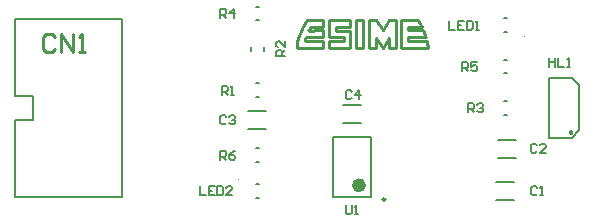
<source format=gto>
G04*
G04 #@! TF.GenerationSoftware,Altium Limited,Altium Designer,21.6.1 (37)*
G04*
G04 Layer_Color=65535*
%FSLAX25Y25*%
%MOIN*%
G70*
G04*
G04 #@! TF.SameCoordinates,149CC93B-E584-47E2-A3B6-F303EE062418*
G04*
G04*
G04 #@! TF.FilePolarity,Positive*
G04*
G01*
G75*
%ADD10C,0.00984*%
%ADD11C,0.02362*%
%ADD12C,0.00394*%
%ADD13C,0.01000*%
%ADD14C,0.01000*%
%ADD15C,0.00700*%
%ADD16C,0.00787*%
%ADD17C,0.00500*%
G36*
X191298Y31967D02*
X191378Y31952D01*
X191466Y31923D01*
X191561Y31879D01*
X191656Y31821D01*
X191750Y31741D01*
X191758Y31733D01*
X191787Y31697D01*
X191823Y31646D01*
X191860Y31580D01*
X191903Y31493D01*
X191940Y31398D01*
X191969Y31289D01*
X191976Y31165D01*
Y31150D01*
X191969Y31106D01*
X191962Y31041D01*
X191947Y30961D01*
X191925Y30873D01*
X191882Y30771D01*
X191831Y30676D01*
X191758Y30589D01*
X191750Y30582D01*
X191714Y30552D01*
X191670Y30523D01*
X191597Y30479D01*
X191517Y30443D01*
X191422Y30407D01*
X191306Y30377D01*
X191182Y30370D01*
X191174D01*
X191167D01*
X191123Y30377D01*
X191058Y30385D01*
X190978Y30399D01*
X190890Y30428D01*
X190795Y30472D01*
X190701Y30523D01*
X190606Y30603D01*
X190598Y30611D01*
X190569Y30647D01*
X190533Y30698D01*
X190482Y30764D01*
X190438Y30844D01*
X190402Y30939D01*
X190373Y31048D01*
X190365Y31165D01*
Y31223D01*
X190380Y31281D01*
X190394Y31361D01*
X190424Y31456D01*
X190467Y31551D01*
X190533Y31646D01*
X190613Y31741D01*
X190620Y31748D01*
X190657Y31777D01*
X190708Y31813D01*
X190773Y31865D01*
X190861Y31908D01*
X190956Y31945D01*
X191065Y31974D01*
X191182Y31981D01*
X191196D01*
X191240D01*
X191298Y31967D01*
D02*
G37*
D10*
X129331Y8839D02*
G03*
X129331Y8839I-492J0D01*
G01*
D11*
X121653Y13583D02*
G03*
X121653Y13583I-1181J0D01*
G01*
D12*
X175934Y63338D02*
G03*
X175934Y63338I-197J0D01*
G01*
X80366Y15402D02*
G03*
X80366Y15402I-197J0D01*
G01*
D13*
X100162Y61838D02*
G03*
X100066Y61338I16292J-3397D01*
G01*
D02*
G03*
X99841Y59402I16150J-2858D01*
G01*
X103737Y65194D02*
G03*
X103737Y65193I6J3D01*
G01*
X103736Y65195D02*
G03*
X103737Y65194I6J2D01*
G01*
X103736Y65196D02*
G03*
X103736Y65195I6J-0D01*
G01*
X103736Y65198D02*
G03*
X103736Y65197I6J-2D01*
G01*
X103736Y65197D02*
G03*
X103736Y65196I6J-0D01*
G01*
X103737Y65199D02*
G03*
X103736Y65198I7J-3D01*
G01*
X103741Y65189D02*
G03*
X103742Y65189I13J20D01*
G01*
X103741Y65190D02*
G03*
X103741Y65189I13J18D01*
G01*
X103740Y65190D02*
G03*
X103741Y65190I12J16D01*
G01*
X103739Y65191D02*
G03*
X103740Y65190I11J12D01*
G01*
X103738Y65192D02*
G03*
X103739Y65191I9J8D01*
G01*
X103737Y65193D02*
G03*
X103738Y65192I7J5D01*
G01*
X103743Y65188D02*
G03*
X103744Y65188I17J31D01*
G01*
X103742Y65189D02*
G03*
X103743Y65188I15J25D01*
G01*
X103744Y65188D02*
G03*
X103744Y65187I18J34D01*
G01*
X100410Y62865D02*
G03*
X100330Y62562I16549J-4541D01*
G01*
Y62562D02*
G03*
X100249Y62229I16460J-4195D01*
G01*
X100249Y62229D02*
G03*
X100162Y61838I16374J-3824D01*
G01*
X142635Y63486D02*
G03*
X142352Y64326I-18323J-5706D01*
G01*
D02*
G03*
X142157Y64840I-18229J-6613D01*
G01*
X142157D02*
G03*
X141991Y65247I-18218J-7199D01*
G01*
X142816Y62867D02*
G03*
X142635Y63486I-18398J-5052D01*
G01*
X108337Y65239D02*
X108340Y65239D01*
X108344Y65239D01*
X108347Y65239D01*
X108351Y65239D01*
X108354Y65239D01*
X108358Y65239D01*
X108362Y65239D01*
X108365Y65238D01*
X108369Y65238D02*
X108372Y65238D01*
X108375Y65238D01*
X108365Y65238D02*
X108369Y65238D01*
X108375Y65238D02*
X108379Y65238D01*
X108333Y65240D02*
X108337Y65239D01*
X108322Y65240D02*
X108326Y65240D01*
X108329Y65240D01*
X108333Y65240D01*
X108318Y65240D02*
X108322Y65240D01*
X108422Y65236D02*
X108425Y65236D01*
X108428Y65236D01*
X108431Y65236D01*
X108434Y65236D01*
X108437Y65236D01*
X108440Y65236D01*
X108443Y65235D01*
X108446Y65235D01*
X108449Y65235D01*
X108452Y65235D01*
X108303Y65240D02*
X108307Y65240D01*
X108300Y65240D02*
X108303Y65240D01*
X108296Y65240D02*
X108300Y65240D01*
X108292Y65241D02*
X108296Y65240D01*
X108288Y65241D02*
X108292Y65241D01*
X108307Y65240D02*
X108311Y65240D01*
X108284Y65241D02*
X108288Y65241D01*
X102597Y62422D02*
X102599Y62428D01*
X102595Y62416D02*
X102597Y62422D01*
X102594Y62411D02*
X102595Y62416D01*
X102592Y62405D02*
X102594Y62411D01*
X102590Y62399D02*
X102592Y62405D01*
X102589Y62393D02*
X102590Y62399D01*
X102587Y62387D02*
X102589Y62393D01*
X102585Y62381D02*
X102587Y62387D01*
X102584Y62375D02*
X102585Y62381D01*
X102580Y62363D02*
X102582Y62369D01*
X102579Y62357D02*
X102580Y62363D01*
X102582Y62369D02*
X102584Y62375D01*
X102577Y62351D02*
X102579Y62357D01*
X102576Y62345D02*
X102577Y62351D01*
X102574Y62339D02*
X102576Y62345D01*
X102572Y62333D02*
X102574Y62339D01*
X102571Y62327D02*
X102572Y62333D01*
X102569Y62321D02*
X102571Y62327D01*
X102568Y62315D02*
X102569Y62321D01*
X102566Y62311D02*
X102568Y62315D01*
X102565Y62307D02*
X102566Y62311D01*
X102564Y62302D02*
X102565Y62307D01*
X102562Y62293D02*
X102563Y62298D01*
X102560Y62289D02*
X102562Y62293D01*
X102563Y62298D02*
X102564Y62302D01*
X102559Y62284D02*
X102560Y62289D01*
X102558Y62280D02*
X102559Y62284D01*
X102557Y62275D02*
X102558Y62280D01*
X102556Y62271D02*
X102557Y62275D01*
X102554Y62266D02*
X102556Y62271D01*
X102553Y62262D02*
X102554Y62266D01*
X102552Y62257D02*
X102553Y62262D01*
X102551Y62253D02*
X102552Y62257D01*
X102550Y62249D02*
X102551Y62253D01*
X102548Y62244D02*
X102550Y62249D01*
X102546Y62235D02*
X102547Y62240D01*
X102545Y62231D02*
X102546Y62235D01*
X102547Y62240D02*
X102548Y62244D01*
X102544Y62226D02*
X102545Y62231D01*
X102542Y62222D02*
X102544Y62226D01*
X102541Y62217D02*
X102542Y62222D01*
X102540Y62213D02*
X102541Y62217D01*
X102539Y62208D02*
X102540Y62213D01*
X102538Y62204D02*
X102539Y62208D01*
X102536Y62199D02*
X102538Y62204D01*
X102535Y62195D02*
X102536Y62199D01*
X102534Y62191D02*
X102535Y62195D01*
X102533Y62186D02*
X102534Y62191D01*
X102531Y62177D02*
X102532Y62182D01*
X102530Y62173D02*
X102531Y62177D01*
X102532Y62182D02*
X102533Y62186D01*
X102528Y62168D02*
X102530Y62173D01*
X102527Y62164D02*
X102528Y62168D01*
X102526Y62160D02*
X102527Y62164D01*
X102525Y62155D02*
X102526Y62160D01*
X102524Y62151D02*
X102525Y62155D01*
X102522Y62146D02*
X102524Y62151D01*
X102521Y62142D02*
X102522Y62146D01*
X102520Y62137D02*
X102521Y62142D01*
X102519Y62134D02*
X102520Y62137D01*
X102518Y62131D02*
X102519Y62134D01*
X102517Y62125D02*
X102518Y62129D01*
X102516Y62123D02*
X102517Y62125D01*
X102518Y62129D02*
X102518Y62131D01*
X102515Y62120D02*
X102516Y62123D01*
X102515Y62117D02*
X102515Y62120D01*
X102514Y62114D02*
X102515Y62117D01*
X102513Y62111D02*
X102514Y62114D01*
X102512Y62108D02*
X102513Y62111D01*
X102512Y62105D02*
X102512Y62108D01*
X102511Y62102D02*
X102512Y62105D01*
X102510Y62099D02*
X102511Y62102D01*
X102509Y62096D02*
X102510Y62099D01*
X102508Y62093D02*
X102509Y62096D01*
X102507Y62087D02*
X102508Y62090D01*
X102506Y62084D02*
X102507Y62087D01*
X102508Y62090D02*
X102508Y62093D01*
X102505Y62081D02*
X102506Y62084D01*
X102505Y62078D02*
X102505Y62081D01*
X102504Y62075D02*
X102505Y62078D01*
X102503Y62072D02*
X102504Y62075D01*
X102502Y62070D02*
X102503Y62072D01*
X102501Y62067D02*
X102502Y62070D01*
X102501Y62064D02*
X102501Y62067D01*
X102500Y62061D02*
X102501Y62064D01*
X102499Y62058D02*
X102500Y62061D01*
X102498Y62055D02*
X102499Y62058D01*
X102497Y62049D02*
X102498Y62052D01*
X102496Y62046D02*
X102497Y62049D01*
X102498Y62052D02*
X102498Y62055D01*
X102495Y62043D02*
X102496Y62046D01*
X102495Y62040D02*
X102495Y62043D01*
X102494Y62037D02*
X102495Y62040D01*
X102493Y62034D02*
X102494Y62037D01*
X102492Y62032D02*
X102493Y62034D01*
X102492Y62028D02*
X102492Y62032D01*
X102491Y62026D02*
X102492Y62028D01*
X102490Y62023D02*
X102491Y62026D01*
X102489Y62020D02*
X102490Y62023D01*
X102489Y62017D02*
X102489Y62020D01*
X102487Y62011D02*
X102488Y62014D01*
X102486Y62008D02*
X102487Y62011D01*
X102488Y62014D02*
X102489Y62017D01*
X102486Y62005D02*
X102486Y62008D01*
X102485Y62002D02*
X102486Y62005D01*
X102484Y61999D02*
X102485Y62002D01*
X102483Y61997D02*
X102484Y61999D01*
X102483Y61995D02*
X102483Y61997D01*
X102482Y61994D02*
X102483Y61995D01*
X102482Y61992D02*
X102482Y61994D01*
X102482Y61991D02*
X102482Y61992D01*
X102481Y61989D02*
X102482Y61991D01*
X102481Y61988D02*
X102481Y61989D01*
X102480Y61985D02*
X102481Y61986D01*
X102480Y61983D02*
X102480Y61985D01*
X102481Y61986D02*
X102481Y61988D01*
X102480Y61982D02*
X102480Y61983D01*
X102479Y61980D02*
X102480Y61982D01*
X102479Y61979D02*
X102479Y61980D01*
X102478Y61978D02*
X102479Y61979D01*
X102478Y61976D02*
X102478Y61978D01*
X102478Y61975D02*
X102478Y61976D01*
X102477Y61973D02*
X102478Y61975D01*
X102477Y61972D02*
X102477Y61973D01*
X102477Y61970D02*
X102477Y61972D01*
X102476Y61969D02*
X102477Y61970D01*
X102475Y61966D02*
X102476Y61967D01*
X102475Y61964D02*
X102475Y61966D01*
X102476Y61967D02*
X102476Y61969D01*
X102475Y61963D02*
X102475Y61964D01*
X102474Y61962D02*
X102475Y61963D01*
X102474Y61960D02*
X102474Y61962D01*
X102473Y61959D02*
X102474Y61960D01*
X102473Y61957D02*
X102473Y61959D01*
X102473Y61956D02*
X102473Y61957D01*
X102472Y61954D02*
X102473Y61956D01*
X102472Y61953D02*
X102472Y61954D01*
X102472Y61952D02*
X102472Y61953D01*
X102471Y61950D02*
X102472Y61952D01*
X102471Y61947D02*
X102471Y61949D01*
X102470Y61946D02*
X102471Y61947D01*
X102471Y61949D02*
X102471Y61950D01*
X102470Y61944D02*
X102470Y61946D01*
X102455Y61887D02*
X102455Y61888D01*
X102454Y61885D02*
X102455Y61887D01*
X102454Y61884D02*
X102454Y61885D01*
X102454Y61883D02*
X102454Y61884D01*
X102453Y61881D02*
X102454Y61883D01*
X102453Y61880D02*
X102453Y61881D01*
X102453Y61878D02*
X102453Y61880D01*
X102452Y61877D02*
X102453Y61878D01*
X102452Y61876D02*
X102452Y61877D01*
X102451Y61873D02*
X102452Y61874D01*
X102451Y61871D02*
X102451Y61873D01*
X102452Y61874D02*
X102452Y61876D01*
X102451Y61870D02*
X102451Y61871D01*
X102450Y61869D02*
X102451Y61870D01*
X102450Y61867D02*
X102450Y61869D01*
X102449Y61866D02*
X102450Y61867D01*
X102449Y61864D02*
X102449Y61866D01*
X102449Y61863D02*
X102449Y61864D01*
X102448Y61861D02*
X102449Y61863D01*
X102448Y61860D02*
X102448Y61861D01*
X102447Y61858D02*
X102448Y61860D01*
X102447Y61857D02*
X102447Y61858D01*
X102446Y61854D02*
X102447Y61856D01*
X102446Y61853D02*
X102446Y61854D01*
X102447Y61856D02*
X102447Y61857D01*
X102446Y61852D02*
X102446Y61853D01*
X99841Y59402D02*
X108559D01*
Y61609D01*
X102383D02*
X108559D01*
X102392Y61644D02*
X102393Y61647D01*
X102391Y61642D02*
X102392Y61644D01*
X102441Y61832D02*
X102441Y61833D01*
X102440Y61830D02*
X102441Y61832D01*
X102440Y61829D02*
X102440Y61830D01*
X102439Y61827D02*
X102440Y61829D01*
X102439Y61826D02*
X102439Y61827D01*
X102439Y61825D02*
X102439Y61826D01*
X102438Y61823D02*
X102439Y61825D01*
X102438Y61822D02*
X102438Y61823D01*
X102438Y61821D02*
X102438Y61822D01*
X102437Y61818D02*
X102437Y61819D01*
X102437Y61816D02*
X102437Y61818D01*
X102437Y61819D02*
X102438Y61821D01*
X102436Y61815D02*
X102437Y61816D01*
X102436Y61813D02*
X102436Y61815D01*
X102436Y61812D02*
X102436Y61813D01*
X102435Y61811D02*
X102436Y61812D01*
X102435Y61809D02*
X102435Y61811D01*
X102434Y61808D02*
X102435Y61809D01*
X102434Y61806D02*
X102434Y61808D01*
X102434Y61805D02*
X102434Y61806D01*
X102433Y61804D02*
X102434Y61805D01*
X102433Y61802D02*
X102433Y61804D01*
X102432Y61800D02*
X102433Y61801D01*
X102432Y61798D02*
X102432Y61800D01*
X102433Y61801D02*
X102433Y61802D01*
X102431Y61797D02*
X102432Y61798D01*
X102431Y61795D02*
X102431Y61797D01*
X102431Y61794D02*
X102431Y61795D01*
X102430Y61792D02*
X102431Y61794D01*
X102430Y61791D02*
X102430Y61792D01*
X102430Y61790D02*
X102430Y61791D01*
X102429Y61788D02*
X102430Y61790D01*
X102429Y61787D02*
X102429Y61788D01*
X102429Y61786D02*
X102429Y61787D01*
X102428Y61784D02*
X102429Y61786D01*
X102428Y61781D02*
X102428Y61783D01*
X102427Y61780D02*
X102428Y61781D01*
X102428Y61783D02*
X102428Y61784D01*
X102427Y61779D02*
X102427Y61780D01*
X102427Y61777D02*
X102427Y61779D01*
X102426Y61776D02*
X102427Y61777D01*
X102426Y61774D02*
X102426Y61776D01*
X102425Y61773D02*
X102426Y61774D01*
X102425Y61772D02*
X102425Y61773D01*
X102425Y61770D02*
X102425Y61772D01*
X102424Y61769D02*
X102425Y61770D01*
X102424Y61768D02*
X102424Y61769D01*
X102424Y61766D02*
X102424Y61768D01*
X102423Y61763D02*
X102423Y61765D01*
X102422Y61762D02*
X102423Y61763D01*
X102423Y61765D02*
X102424Y61766D01*
X102422Y61761D02*
X102422Y61762D01*
X102422Y61759D02*
X102422Y61761D01*
X102421Y61758D02*
X102422Y61759D01*
X102421Y61756D02*
X102421Y61758D01*
X102421Y61755D02*
X102421Y61756D01*
X102420Y61754D02*
X102421Y61755D01*
X102420Y61752D02*
X102420Y61754D01*
X102420Y61751D02*
X102420Y61752D01*
X102419Y61750D02*
X102420Y61751D01*
X102419Y61748D02*
X102419Y61750D01*
X102418Y61746D02*
X102419Y61747D01*
X102418Y61744D02*
X102418Y61746D01*
X102419Y61747D02*
X102419Y61748D01*
X102418Y61743D02*
X102418Y61744D01*
X102417Y61741D02*
X102418Y61743D01*
X102417Y61740D02*
X102417Y61741D01*
X102417Y61739D02*
X102417Y61740D01*
X102416Y61737D02*
X102417Y61739D01*
X102416Y61736D02*
X102416Y61737D01*
X102415Y61734D02*
X102416Y61736D01*
X102415Y61733D02*
X102415Y61734D01*
X102415Y61732D02*
X102415Y61733D01*
X102414Y61730D02*
X102415Y61732D01*
X102414Y61728D02*
X102414Y61729D01*
X102413Y61726D02*
X102414Y61728D01*
X102414Y61729D02*
X102414Y61730D01*
X102413Y61725D02*
X102413Y61726D01*
X102413Y61724D02*
X102413Y61725D01*
X102412Y61722D02*
X102413Y61724D01*
X102412Y61721D02*
X102412Y61722D01*
X102411Y61720D02*
X102412Y61721D01*
X102411Y61718D02*
X102411Y61720D01*
X102411Y61717D02*
X102411Y61718D01*
X102410Y61715D02*
X102411Y61717D01*
X102410Y61714D02*
X102410Y61715D01*
X102410Y61713D02*
X102410Y61714D01*
X102409Y61710D02*
X102409Y61711D01*
X102409Y61709D02*
X102409Y61710D01*
X102409Y61711D02*
X102410Y61713D01*
X102408Y61707D02*
X102409Y61709D01*
X102408Y61706D02*
X102408Y61707D01*
X102408Y61705D02*
X102408Y61706D01*
X102407Y61703D02*
X102408Y61705D01*
X102407Y61700D02*
X102407Y61703D01*
X102406Y61698D02*
X102407Y61700D01*
X102405Y61695D02*
X102406Y61698D01*
X102404Y61692D02*
X102405Y61695D01*
X102404Y61690D02*
X102404Y61692D01*
X102403Y61687D02*
X102404Y61690D01*
X102402Y61682D02*
X102402Y61684D01*
X102401Y61679D02*
X102402Y61682D01*
X102402Y61684D02*
X102403Y61687D01*
X102400Y61676D02*
X102401Y61679D01*
X102400Y61674D02*
X102400Y61676D01*
X102399Y61671D02*
X102400Y61674D01*
X102398Y61668D02*
X102399Y61671D01*
X102397Y61666D02*
X102398Y61668D01*
X102397Y61663D02*
X102397Y61666D01*
X102396Y61660D02*
X102397Y61663D01*
X102395Y61655D02*
X102395Y61658D01*
X102394Y61652D02*
X102395Y61655D01*
X102393Y61650D02*
X102394Y61652D01*
X102391Y61639D02*
X102391Y61642D01*
X102393Y61647D02*
X102393Y61650D01*
X102395Y61658D02*
X102396Y61660D01*
X102390Y61636D02*
X102391Y61639D01*
X102388Y61631D02*
X102389Y61634D01*
X102388Y61629D02*
X102388Y61631D01*
X102387Y61626D02*
X102388Y61629D01*
X102386Y61623D02*
X102387Y61626D01*
X102386Y61621D02*
X102386Y61623D01*
X102385Y61618D02*
X102386Y61621D01*
X102384Y61615D02*
X102385Y61618D01*
X102384Y61613D02*
X102384Y61615D01*
X102383Y61610D02*
X102384Y61613D01*
X102383Y61609D02*
X102383Y61610D01*
X101075Y64829D02*
X101146Y65003D01*
X102005Y66812D02*
X102077Y66946D01*
X101934Y66678D02*
X102005Y66812D01*
X101864Y66544D02*
X101934Y66678D01*
X101790Y66400D02*
X101864Y66544D01*
X101718Y66256D02*
X101790Y66400D01*
X101646Y66112D02*
X101718Y66256D01*
X101577Y65968D02*
X101646Y66112D01*
X101504Y65814D02*
X101577Y65968D01*
X101432Y65660D02*
X101504Y65814D01*
X101290Y65341D02*
X101362Y65505D01*
X101219Y65177D02*
X101290Y65341D01*
X101362Y65505D02*
X101432Y65660D01*
X101146Y65003D02*
X101219Y65177D01*
X103793Y65318D02*
X103798Y65327D01*
X103789Y65310D02*
X103793Y65318D01*
X103785Y65301D02*
X103789Y65310D01*
X103780Y65292D02*
X103785Y65301D01*
X103776Y65283D02*
X103780Y65292D01*
X103771Y65273D02*
X103776Y65283D01*
X103767Y65263D02*
X103771Y65273D01*
X103762Y65253D02*
X103767Y65263D01*
X103757Y65242D02*
X103762Y65253D01*
X103747Y65221D02*
X103752Y65232D01*
X103742Y65209D02*
X103747Y65221D01*
X103752Y65232D02*
X103757Y65242D01*
X103737Y65199D02*
X103742Y65209D01*
X103050Y68568D02*
X103124Y68681D01*
X102976Y68455D02*
X103050Y68568D01*
X102897Y68332D02*
X102976Y68455D01*
X102820Y68210D02*
X102897Y68332D01*
X102743Y68087D02*
X102820Y68210D01*
X102667Y67964D02*
X102743Y68087D01*
X102592Y67841D02*
X102667Y67964D01*
X102518Y67718D02*
X102592Y67841D01*
X102444Y67594D02*
X102518Y67718D01*
X102372Y67470D02*
X102444Y67594D01*
X102225Y67213D02*
X102301Y67346D01*
X102151Y67080D02*
X102225Y67213D01*
X102077Y66946D02*
X102151Y67080D01*
X102301Y67346D02*
X102372Y67470D01*
X104081Y65161D02*
X104085Y65161D01*
X104077Y65161D02*
X104081Y65161D01*
X104074Y65161D02*
X104077Y65161D01*
X104070Y65161D02*
X104074Y65161D01*
X104066Y65161D02*
X104070Y65161D01*
X104063Y65161D02*
X104066Y65161D01*
X104059Y65161D02*
X104063Y65161D01*
X104056Y65161D02*
X104059Y65161D01*
X104052Y65161D02*
X104056Y65161D01*
X104045Y65161D02*
X104048Y65161D01*
X104041Y65161D02*
X104045Y65161D01*
X104048Y65161D02*
X104052Y65161D01*
X104038Y65161D02*
X104041Y65161D01*
X104034Y65162D02*
X104038Y65161D01*
X104031Y65162D02*
X104034Y65162D01*
X104027Y65162D02*
X104031Y65162D01*
X104024Y65162D02*
X104027Y65162D01*
X104021Y65162D02*
X104024Y65162D01*
X104017Y65162D02*
X104021Y65162D01*
X104014Y65162D02*
X104017Y65162D01*
X104011Y65162D02*
X104014Y65162D01*
X104007Y65162D02*
X104011Y65162D01*
X104001Y65162D02*
X104004Y65162D01*
X103998Y65162D02*
X104001Y65162D01*
X104004Y65162D02*
X104007Y65162D01*
X103994Y65162D02*
X103998Y65162D01*
X103892Y65167D02*
X103895Y65166D01*
X103890Y65167D02*
X103892Y65167D01*
X103887Y65167D02*
X103890Y65167D01*
X103884Y65167D02*
X103887Y65167D01*
X103882Y65167D02*
X103884Y65167D01*
X103879Y65167D02*
X103882Y65167D01*
X103877Y65168D02*
X103879Y65167D01*
X103874Y65168D02*
X103877Y65168D01*
X103872Y65168D02*
X103874Y65168D01*
X103867Y65168D02*
X103870Y65168D01*
X103865Y65168D02*
X103867Y65168D01*
X103870Y65168D02*
X103872Y65168D01*
X103862Y65169D02*
X103865Y65168D01*
X103860Y65169D02*
X103862Y65169D01*
X103858Y65169D02*
X103860Y65169D01*
X103856Y65169D02*
X103858Y65169D01*
X103853Y65169D02*
X103856Y65169D01*
X103851Y65170D02*
X103853Y65169D01*
X103849Y65170D02*
X103851Y65170D01*
X103847Y65170D02*
X103849Y65170D01*
X103844Y65170D02*
X103847Y65170D01*
X103842Y65170D02*
X103844Y65170D01*
X103838Y65171D02*
X103840Y65170D01*
X103836Y65171D02*
X103838Y65171D01*
X103840Y65170D02*
X103842Y65170D01*
X103834Y65171D02*
X103836Y65171D01*
X103991Y65163D02*
X103994Y65162D01*
X103988Y65163D02*
X103991Y65163D01*
X103984Y65163D02*
X103988Y65163D01*
X103981Y65163D02*
X103984Y65163D01*
X103978Y65163D02*
X103981Y65163D01*
X103972Y65163D02*
X103975Y65163D01*
X103969Y65163D02*
X103972Y65163D01*
X103966Y65163D02*
X103969Y65163D01*
X103963Y65163D02*
X103966Y65163D01*
X103960Y65164D02*
X103963Y65163D01*
X103957Y65164D02*
X103960Y65164D01*
X103975Y65163D02*
X103978Y65163D01*
X103954Y65164D02*
X103957Y65164D01*
X103924Y65165D02*
X103927Y65165D01*
X103951Y65164D02*
X103954Y65164D01*
X103948Y65164D02*
X103951Y65164D01*
X103945Y65164D02*
X103948Y65164D01*
X103942Y65164D02*
X103945Y65164D01*
X103939Y65164D02*
X103942Y65164D01*
X103936Y65165D02*
X103939Y65164D01*
X103933Y65165D02*
X103936Y65165D01*
X103930Y65165D02*
X103933Y65165D01*
X103927Y65165D02*
X103930Y65165D01*
X103922Y65165D02*
X103924Y65165D01*
X103919Y65165D02*
X103922Y65165D01*
X103916Y65165D02*
X103919Y65165D01*
X103913Y65166D02*
X103916Y65165D01*
X103911Y65166D02*
X103913Y65166D01*
X103908Y65166D02*
X103911Y65166D01*
X103905Y65166D02*
X103908Y65166D01*
X103900Y65166D02*
X103902Y65166D01*
X103897Y65166D02*
X103900Y65166D01*
X103895Y65166D02*
X103897Y65166D01*
X103902Y65166D02*
X103905Y65166D01*
X103777Y65178D02*
X103778Y65178D01*
X103775Y65179D02*
X103777Y65178D01*
X103774Y65179D02*
X103775Y65179D01*
X103773Y65179D02*
X103774Y65179D01*
X103771Y65179D02*
X103773Y65179D01*
X103770Y65180D02*
X103771Y65179D01*
X103769Y65180D02*
X103770Y65180D01*
X103768Y65180D02*
X103769Y65180D01*
X103766Y65180D02*
X103768Y65180D01*
X103764Y65181D02*
X103765Y65181D01*
X103763Y65181D02*
X103764Y65181D01*
X103765Y65181D02*
X103766Y65180D01*
X103762Y65181D02*
X103763Y65181D01*
X103761Y65182D02*
X103762Y65181D01*
X103760Y65182D02*
X103761Y65182D01*
X103759Y65182D02*
X103760Y65182D01*
X103758Y65183D02*
X103759Y65182D01*
X103757Y65183D02*
X103758Y65183D01*
X103756Y65183D02*
X103757Y65183D01*
X103755Y65184D02*
X103756Y65183D01*
X103754Y65184D02*
X103755Y65184D01*
X103752Y65184D02*
X103753Y65184D01*
X103751Y65185D02*
X103752Y65184D01*
X103750Y65185D02*
X103751Y65185D01*
X103753Y65184D02*
X103754Y65184D01*
X103750Y65185D02*
X103750Y65185D01*
X103832Y65171D02*
X103834Y65171D01*
X103830Y65171D02*
X103832Y65171D01*
X103828Y65172D02*
X103830Y65171D01*
X103825Y65172D02*
X103828Y65172D01*
X103823Y65172D02*
X103825Y65172D01*
X103822Y65172D02*
X103823Y65172D01*
X103820Y65172D02*
X103822Y65172D01*
X103818Y65173D02*
X103820Y65172D01*
X103816Y65173D02*
X103818Y65173D01*
X103812Y65173D02*
X103814Y65173D01*
X103810Y65173D02*
X103812Y65173D01*
X103814Y65173D02*
X103816Y65173D01*
X103808Y65174D02*
X103810Y65173D01*
X103807Y65174D02*
X103808Y65174D01*
X103805Y65174D02*
X103807Y65174D01*
X103803Y65174D02*
X103805Y65174D01*
X103801Y65175D02*
X103803Y65174D01*
X103800Y65175D02*
X103801Y65175D01*
X103798Y65175D02*
X103800Y65175D01*
X103796Y65175D02*
X103798Y65175D01*
X103795Y65175D02*
X103796Y65175D01*
X103791Y65176D02*
X103793Y65176D01*
X103790Y65176D02*
X103791Y65176D01*
X103788Y65176D02*
X103790Y65176D01*
X103793Y65176D02*
X103795Y65175D01*
X103787Y65177D02*
X103788Y65176D01*
X103785Y65177D02*
X103787Y65177D01*
X103784Y65177D02*
X103785Y65177D01*
X103781Y65178D02*
X103782Y65177D01*
X103779Y65178D02*
X103781Y65178D01*
X103778Y65178D02*
X103779Y65178D01*
X103782Y65177D02*
X103784Y65177D01*
X103749Y65186D02*
X103750Y65185D01*
X103748Y65186D02*
X103749Y65186D01*
X103747Y65186D02*
X103748Y65186D01*
X103746Y65187D02*
X103747Y65186D01*
X103746Y65187D02*
X103746Y65187D01*
X103745Y65187D02*
X103746Y65187D01*
X103744Y65187D02*
X103745Y65187D01*
X104907Y65168D02*
X104913Y65169D01*
X104901Y65168D02*
X104907Y65168D01*
X104895Y65168D02*
X104901Y65168D01*
X104890Y65168D02*
X104895Y65168D01*
X104884Y65168D02*
X104890Y65168D01*
X104878Y65168D02*
X104884Y65168D01*
X104872Y65168D02*
X104878Y65168D01*
X104866Y65168D02*
X104872Y65168D01*
X104860Y65167D02*
X104866Y65168D01*
X104849Y65167D02*
X104855Y65167D01*
X104843Y65167D02*
X104849Y65167D01*
X104855Y65167D02*
X104860Y65167D01*
X104837Y65167D02*
X104843Y65167D01*
X104832Y65167D02*
X104837Y65167D01*
X104826Y65167D02*
X104832Y65167D01*
X104820Y65167D02*
X104826Y65167D01*
X104814Y65166D02*
X104820Y65167D01*
X104808Y65166D02*
X104814Y65166D01*
X104803Y65166D02*
X104808Y65166D01*
X104797Y65166D02*
X104803Y65166D01*
X104791Y65166D02*
X104797Y65166D01*
X104786Y65166D02*
X104791Y65166D01*
X104774Y65166D02*
X104780Y65166D01*
X104769Y65166D02*
X104774Y65166D01*
X104780Y65166D02*
X104786Y65166D01*
X104763Y65165D02*
X104769Y65166D01*
X104757Y65165D02*
X104763Y65165D01*
X104752Y65165D02*
X104757Y65165D01*
X104746Y65165D02*
X104752Y65165D01*
X104741Y65165D02*
X104746Y65165D01*
X104735Y65165D02*
X104741Y65165D01*
X104729Y65165D02*
X104735Y65165D01*
X104724Y65165D02*
X104729Y65165D01*
X104718Y65165D02*
X104724Y65165D01*
X104713Y65165D02*
X104718Y65165D01*
X104702Y65164D02*
X104707Y65164D01*
X104696Y65164D02*
X104702Y65164D01*
X104707Y65164D02*
X104713Y65165D01*
X104691Y65164D02*
X104696Y65164D01*
X104685Y65164D02*
X104691Y65164D01*
X104680Y65164D02*
X104685Y65164D01*
X104674Y65164D02*
X104680Y65164D01*
X104669Y65164D02*
X104674Y65164D01*
X104663Y65164D02*
X104669Y65164D01*
X104658Y65163D02*
X104663Y65164D01*
X104653Y65163D02*
X104658Y65163D01*
X104647Y65163D02*
X104653Y65163D01*
X104642Y65163D02*
X104647Y65163D01*
X104631Y65163D02*
X104636Y65163D01*
X104625Y65163D02*
X104631Y65163D01*
X104636Y65163D02*
X104642Y65163D01*
X104620Y65163D02*
X104625Y65163D01*
X104615Y65163D02*
X104620Y65163D01*
X104609Y65163D02*
X104615Y65163D01*
X104604Y65163D02*
X104609Y65163D01*
X104599Y65163D02*
X104604Y65163D01*
X104594Y65162D02*
X104599Y65163D01*
X104588Y65162D02*
X104594Y65162D01*
X104583Y65162D02*
X104588Y65162D01*
X104578Y65162D02*
X104583Y65162D01*
X104572Y65162D02*
X104578Y65162D01*
X104562Y65162D02*
X104567Y65162D01*
X104557Y65162D02*
X104562Y65162D01*
X104567Y65162D02*
X104572Y65162D01*
X104551Y65162D02*
X104557Y65162D01*
X104546Y65162D02*
X104551Y65162D01*
X104541Y65162D02*
X104546Y65162D01*
X104536Y65162D02*
X104541Y65162D01*
X104531Y65162D02*
X104536Y65162D01*
X104526Y65162D02*
X104531Y65162D01*
X104520Y65162D02*
X104526Y65162D01*
X104515Y65161D02*
X104520Y65162D01*
X104510Y65161D02*
X104515Y65161D01*
X104505Y65161D02*
X104510Y65161D01*
X104495Y65161D02*
X104500Y65161D01*
X104490Y65161D02*
X104495Y65161D01*
X104500Y65161D02*
X104505Y65161D01*
X104485Y65161D02*
X104490Y65161D01*
X104480Y65161D02*
X104485Y65161D01*
X104475Y65161D02*
X104480Y65161D01*
X104470Y65161D02*
X104475Y65161D01*
X104465Y65161D02*
X104470Y65161D01*
X104460Y65161D02*
X104465Y65161D01*
X104455Y65161D02*
X104460Y65161D01*
X104450Y65161D02*
X104455Y65161D01*
X104445Y65161D02*
X104450Y65161D01*
X104440Y65161D02*
X104445Y65161D01*
X104430Y65160D02*
X104435Y65161D01*
X104425Y65160D02*
X104430Y65160D01*
X104435Y65161D02*
X104440Y65161D01*
X104420Y65160D02*
X104425Y65160D01*
X104416Y65160D02*
X104420Y65160D01*
X104411Y65160D02*
X104416Y65160D01*
X104406Y65160D02*
X104411Y65160D01*
X104401Y65160D02*
X104406Y65160D01*
X104396Y65160D02*
X104401Y65160D01*
X104392Y65160D02*
X104396Y65160D01*
X104387Y65160D02*
X104392Y65160D01*
X104382Y65160D02*
X104387Y65160D01*
X104377Y65160D02*
X104382Y65160D01*
X104368Y65160D02*
X104373Y65160D01*
X104363Y65160D02*
X104368Y65160D01*
X104373Y65160D02*
X104377Y65160D01*
X104358Y65160D02*
X104363Y65160D01*
X104354Y65160D02*
X104358Y65160D01*
X104349Y65160D02*
X104354Y65160D01*
X104344Y65160D02*
X104349Y65160D01*
X104340Y65160D02*
X104344Y65160D01*
X104335Y65160D02*
X104340Y65160D01*
X104330Y65160D02*
X104335Y65160D01*
X104326Y65160D02*
X104330Y65160D01*
X104321Y65160D02*
X104326Y65160D01*
X104317Y65160D02*
X104321Y65160D01*
X104307Y65160D02*
X104312Y65160D01*
X104303Y65160D02*
X104307Y65160D01*
X104312Y65160D02*
X104317Y65160D01*
X104298Y65160D02*
X104303Y65160D01*
X104294Y65160D02*
X104298Y65160D01*
X104289Y65160D02*
X104294Y65160D01*
X104285Y65159D02*
X104289Y65160D01*
X104280Y65159D02*
X104285Y65159D01*
X104276Y65159D02*
X104280Y65159D01*
X104272Y65159D02*
X104276D01*
X104267Y65159D02*
X104272Y65159D01*
X104263Y65159D02*
X104267Y65159D01*
X104258Y65159D02*
X104263D01*
X104250D02*
X104254D01*
X104245D02*
X104250D01*
X104254D02*
X104258D01*
X104241D02*
X104245D01*
X104237D02*
X104241D01*
X104232D02*
X104237D01*
X104228Y65159D02*
X104232Y65159D01*
X104224Y65159D02*
X104228D01*
X104220Y65159D02*
X104224Y65159D01*
X104215Y65159D02*
X104220Y65159D01*
X104211Y65159D02*
X104215Y65159D01*
X104207Y65159D02*
X104211Y65159D01*
X104203Y65160D02*
X104207Y65159D01*
X104194Y65160D02*
X104199Y65160D01*
X104190Y65160D02*
X104194Y65160D01*
X104199Y65160D02*
X104203Y65160D01*
X104186Y65160D02*
X104190Y65160D01*
X104182Y65160D02*
X104186Y65160D01*
X104178Y65160D02*
X104182Y65160D01*
X104174Y65160D02*
X104178Y65160D01*
X104170Y65160D02*
X104174Y65160D01*
X104166Y65160D02*
X104170Y65160D01*
X104162Y65160D02*
X104166Y65160D01*
X104158Y65160D02*
X104162Y65160D01*
X104154Y65160D02*
X104158Y65160D01*
X104150Y65160D02*
X104154Y65160D01*
X104142Y65160D02*
X104146Y65160D01*
X104138Y65160D02*
X104142Y65160D01*
X104146Y65160D02*
X104150Y65160D01*
X104134Y65160D02*
X104138Y65160D01*
X104130Y65160D02*
X104134Y65160D01*
X104126Y65160D02*
X104130Y65160D01*
X104122Y65160D02*
X104126Y65160D01*
X104119Y65160D02*
X104122Y65160D01*
X104115Y65160D02*
X104119Y65160D01*
X104111Y65160D02*
X104115Y65160D01*
X104107Y65160D02*
X104111Y65160D01*
X104103Y65160D02*
X104107Y65160D01*
X104099Y65160D02*
X104103Y65160D01*
X104092Y65161D02*
X104096Y65160D01*
X104088Y65161D02*
X104092Y65161D01*
X104096Y65160D02*
X104099Y65160D01*
X104085Y65161D02*
X104088Y65161D01*
X107272Y65233D02*
X107285Y65233D01*
X107260Y65232D02*
X107272Y65233D01*
X107248Y65232D02*
X107260Y65232D01*
X107235Y65232D02*
X107248Y65232D01*
X107223Y65231D02*
X107235Y65232D01*
X107210Y65231D02*
X107223Y65231D01*
X107198Y65231D02*
X107210Y65231D01*
X107185Y65231D02*
X107198Y65231D01*
X107173Y65230D02*
X107185Y65231D01*
X107147Y65230D02*
X107160Y65230D01*
X107134Y65229D02*
X107147Y65230D01*
X107160Y65230D02*
X107173Y65230D01*
X107122Y65229D02*
X107134Y65229D01*
X107109Y65229D02*
X107122Y65229D01*
X107096Y65228D02*
X107109Y65229D01*
X107084Y65228D02*
X107096Y65228D01*
X107071Y65228D02*
X107084Y65228D01*
X107058Y65228D02*
X107071Y65228D01*
X107045Y65227D02*
X107058Y65228D01*
X107032Y65227D02*
X107045Y65227D01*
X107019Y65227D02*
X107032Y65227D01*
X107007Y65226D02*
X107019Y65227D01*
X106981Y65226D02*
X106994Y65226D01*
X106968Y65225D02*
X106981Y65226D01*
X106994Y65226D02*
X107007Y65226D01*
X106961Y65225D02*
X106968Y65225D01*
X106955Y65225D02*
X106961Y65225D01*
X106948Y65225D02*
X106955Y65225D01*
X106942Y65225D02*
X106948Y65225D01*
X106935Y65224D02*
X106942Y65225D01*
X106929Y65224D02*
X106935Y65224D01*
X106922Y65224D02*
X106929Y65224D01*
X106916Y65224D02*
X106922Y65224D01*
X106909Y65224D02*
X106916Y65224D01*
X106903Y65224D02*
X106909Y65224D01*
X106889Y65223D02*
X106896Y65223D01*
X106883Y65223D02*
X106889Y65223D01*
X106896Y65223D02*
X106903Y65224D01*
X106876Y65223D02*
X106883Y65223D01*
X106870Y65223D02*
X106876Y65223D01*
X106863Y65223D02*
X106870Y65223D01*
X106857Y65222D02*
X106863Y65223D01*
X106850Y65222D02*
X106857Y65222D01*
X106843Y65222D02*
X106850Y65222D01*
X106837Y65222D02*
X106843Y65222D01*
X106830Y65222D02*
X106837Y65222D01*
X106824Y65222D02*
X106830Y65222D01*
X106817Y65221D02*
X106824Y65222D01*
X106804Y65221D02*
X106810Y65221D01*
X106797Y65221D02*
X106804Y65221D01*
X106810Y65221D02*
X106817Y65221D01*
X106791Y65221D02*
X106797Y65221D01*
X106784Y65220D02*
X106791Y65221D01*
X106777Y65220D02*
X106784Y65220D01*
X106771Y65220D02*
X106777Y65220D01*
X106764Y65220D02*
X106771Y65220D01*
X106757Y65220D02*
X106764Y65220D01*
X106751Y65219D02*
X106757Y65220D01*
X106744Y65219D02*
X106751Y65219D01*
X106738Y65219D02*
X106744Y65219D01*
X106731Y65219D02*
X106738Y65219D01*
X106718Y65219D02*
X106724Y65219D01*
X106711Y65218D02*
X106718Y65219D01*
X106724Y65219D02*
X106731Y65219D01*
X106704Y65218D02*
X106711Y65218D01*
X106698Y65218D02*
X106704Y65218D01*
X106691Y65218D02*
X106698Y65218D01*
X106684Y65218D02*
X106691Y65218D01*
X106678Y65218D02*
X106684Y65218D01*
X106671Y65217D02*
X106678Y65218D01*
X106664Y65217D02*
X106671Y65217D01*
X106658Y65217D02*
X106664Y65217D01*
X106651Y65217D02*
X106658Y65217D01*
X106644Y65217D02*
X106651Y65217D01*
X106631Y65216D02*
X106638Y65216D01*
X106624Y65216D02*
X106631Y65216D01*
X106638Y65216D02*
X106644Y65217D01*
X106617Y65216D02*
X106624Y65216D01*
X106611Y65216D02*
X106617Y65216D01*
X106604Y65215D02*
X106611Y65216D01*
X106597Y65215D02*
X106604Y65215D01*
X106590Y65215D02*
X106597Y65215D01*
X106584Y65215D02*
X106590Y65215D01*
X106577Y65215D02*
X106584Y65215D01*
X106570Y65215D02*
X106577Y65215D01*
X106564Y65214D02*
X106570Y65215D01*
X106557Y65214D02*
X106564Y65214D01*
X106544Y65214D02*
X106550Y65214D01*
X106537Y65214D02*
X106544Y65214D01*
X106550Y65214D02*
X106557Y65214D01*
X106530Y65213D02*
X106537Y65214D01*
X106523Y65213D02*
X106530Y65213D01*
X106517Y65213D02*
X106523Y65213D01*
X106510Y65213D02*
X106517Y65213D01*
X106503Y65213D02*
X106510Y65213D01*
X106496Y65212D02*
X106503Y65213D01*
X106490Y65212D02*
X106496Y65212D01*
X106483Y65212D02*
X106490Y65212D01*
X106476Y65212D02*
X106483Y65212D01*
X106469Y65212D02*
X106476Y65212D01*
X106456Y65211D02*
X106463Y65211D01*
X106449Y65211D02*
X106456Y65211D01*
X106463Y65211D02*
X106469Y65212D01*
X106442Y65211D02*
X106449Y65211D01*
X106436Y65211D02*
X106442Y65211D01*
X106429Y65210D02*
X106436Y65211D01*
X106422Y65210D02*
X106429Y65210D01*
X106415Y65210D02*
X106422Y65210D01*
X106408Y65210D02*
X106415Y65210D01*
X106402Y65210D02*
X106408Y65210D01*
X106395Y65210D02*
X106402Y65210D01*
X106388Y65209D02*
X106395Y65210D01*
X106381Y65209D02*
X106388Y65209D01*
X106368Y65209D02*
X106375Y65209D01*
X106361Y65209D02*
X106368Y65209D01*
X106375Y65209D02*
X106381Y65209D01*
X106354Y65208D02*
X106361Y65209D01*
X106347Y65208D02*
X106354Y65208D01*
X106341Y65208D02*
X106347Y65208D01*
X106334Y65208D02*
X106341Y65208D01*
X106327Y65207D02*
X106334Y65208D01*
X106320Y65207D02*
X106327Y65207D01*
X106314Y65207D02*
X106320Y65207D01*
X106307Y65207D02*
X106314Y65207D01*
X106300Y65207D02*
X106307Y65207D01*
X106293Y65206D02*
X106300Y65207D01*
X106280Y65206D02*
X106286Y65206D01*
X106273Y65206D02*
X106280Y65206D01*
X106286Y65206D02*
X106293Y65206D01*
X106266Y65206D02*
X106273Y65206D01*
X106259Y65206D02*
X106266Y65206D01*
X106252Y65205D02*
X106259Y65206D01*
X106246Y65205D02*
X106252Y65205D01*
X106239Y65205D02*
X106246Y65205D01*
X106232Y65205D02*
X106239Y65205D01*
X106225Y65205D02*
X106232Y65205D01*
X106218Y65204D02*
X106225Y65205D01*
X106212Y65204D02*
X106218Y65204D01*
X106205Y65204D02*
X106212Y65204D01*
X106191Y65203D02*
X106198Y65204D01*
X106184Y65203D02*
X106191Y65203D01*
X106198Y65204D02*
X106205Y65204D01*
X106178Y65203D02*
X106184Y65203D01*
X106171Y65203D02*
X106178Y65203D01*
X106164Y65203D02*
X106171Y65203D01*
X106157Y65202D02*
X106164Y65203D01*
X106150Y65202D02*
X106157Y65202D01*
X106144Y65202D02*
X106150Y65202D01*
X106137Y65202D02*
X106144Y65202D01*
X106130Y65202D02*
X106137Y65202D01*
X106123Y65201D02*
X106130Y65202D01*
X106117Y65201D02*
X106123Y65201D01*
X106103Y65201D02*
X106110Y65201D01*
X106096Y65201D02*
X106103Y65201D01*
X106110Y65201D02*
X106117Y65201D01*
X106089Y65201D02*
X106096Y65201D01*
X106083Y65200D02*
X106089Y65201D01*
X106076Y65200D02*
X106083Y65200D01*
X106069Y65200D02*
X106076Y65200D01*
X106062Y65200D02*
X106069Y65200D01*
X106055Y65200D02*
X106062Y65200D01*
X106049Y65199D02*
X106055Y65200D01*
X106042Y65199D02*
X106049Y65199D01*
X106035Y65199D02*
X106042Y65199D01*
X106028Y65199D02*
X106035Y65199D01*
X106015Y65198D02*
X106022Y65199D01*
X106008Y65198D02*
X106015Y65198D01*
X106022Y65199D02*
X106028Y65199D01*
X106001Y65198D02*
X106008Y65198D01*
X108379Y65238D02*
X108382Y65238D01*
X108386Y65238D01*
X108389Y65238D01*
X108392Y65237D01*
X108396Y65237D01*
X108399Y65237D01*
X108402Y65237D01*
X108405Y65237D01*
X108409Y65237D01*
X108412Y65237D01*
X108415Y65237D01*
X108418Y65237D01*
X108422Y65236D01*
X108118Y65243D02*
X108122Y65243D01*
X108113Y65243D02*
X108118Y65243D01*
X108109Y65243D02*
X108113Y65243D01*
X108105Y65243D02*
X108109Y65243D01*
X108100Y65243D02*
X108105Y65243D01*
X108095Y65243D02*
X108100Y65243D01*
X108091Y65243D02*
X108095Y65243D01*
X108086Y65243D02*
X108091Y65243D01*
X108082Y65243D02*
X108086Y65243D01*
X108072Y65243D02*
X108077Y65243D01*
X108068Y65243D02*
X108072Y65243D01*
X108077Y65243D02*
X108082Y65243D01*
X108063Y65243D02*
X108068Y65243D01*
X108059Y65243D02*
X108063D01*
X108054Y65243D02*
X108059Y65243D01*
X108049Y65243D02*
X108054D01*
X108045Y65243D02*
X108049Y65243D01*
X108040Y65243D02*
X108045D01*
X108035D02*
X108040D01*
X108030D02*
X108035D01*
X108026D02*
X108030D01*
X108021Y65243D02*
X108026Y65243D01*
X108016Y65243D02*
X108021D01*
X108011Y65243D02*
X108016Y65243D01*
X108007Y65243D02*
X108011Y65243D01*
X108002Y65243D02*
X108007D01*
X108311Y65240D02*
X108315Y65240D01*
X108318Y65240D01*
X108281Y65241D02*
X108284Y65241D01*
X108277Y65241D02*
X108281Y65241D01*
X108273Y65241D02*
X108277Y65241D01*
X108269Y65241D02*
X108273Y65241D01*
X108265Y65241D02*
X108269Y65241D01*
X108261Y65241D02*
X108265Y65241D01*
X108257Y65241D02*
X108261Y65241D01*
X108253Y65241D02*
X108257Y65241D01*
X108249Y65241D02*
X108253Y65241D01*
X108245Y65241D02*
X108249Y65241D01*
X108241Y65241D02*
X108245Y65241D01*
X108237Y65241D02*
X108241Y65241D01*
X108233Y65242D02*
X108237Y65241D01*
X108229Y65242D02*
X108233Y65242D01*
X108225Y65242D02*
X108229Y65242D01*
X108221Y65242D02*
X108225Y65242D01*
X108217Y65242D02*
X108221Y65242D01*
X108213Y65242D02*
X108217Y65242D01*
X108209Y65242D02*
X108213Y65242D01*
X108204Y65242D02*
X108209Y65242D01*
X108200Y65242D02*
X108204Y65242D01*
X108196Y65242D02*
X108200Y65242D01*
X108192Y65242D02*
X108196Y65242D01*
X108187Y65242D02*
X108192Y65242D01*
X108183Y65242D02*
X108187Y65242D01*
X108179Y65242D02*
X108183Y65242D01*
X108175Y65242D02*
X108179Y65242D01*
X108170Y65242D02*
X108175Y65242D01*
X108166Y65242D02*
X108170Y65242D01*
X108162Y65242D02*
X108166Y65242D01*
X108158Y65242D02*
X108162Y65242D01*
X108153Y65242D02*
X108158Y65242D01*
X108149Y65242D02*
X108153Y65242D01*
X108144Y65242D02*
X108149Y65242D01*
X108140Y65243D02*
X108144Y65242D01*
X108131Y65243D02*
X108136Y65243D01*
X108127Y65243D02*
X108131Y65243D01*
X108122Y65243D02*
X108127Y65243D01*
X108136Y65243D02*
X108140Y65243D01*
X107997Y65243D02*
X108002Y65243D01*
X107992Y65243D02*
X107997Y65243D01*
X107987Y65243D02*
X107992Y65243D01*
X107982Y65243D02*
X107987Y65243D01*
X107977Y65243D02*
X107982Y65243D01*
X107973Y65243D02*
X107977Y65243D01*
X107968Y65243D02*
X107973Y65243D01*
X107963Y65243D02*
X107968Y65243D01*
X107958Y65243D02*
X107963Y65243D01*
X107953Y65243D02*
X107958Y65243D01*
X107948Y65243D02*
X107953Y65243D01*
X107943Y65243D02*
X107948Y65243D01*
X107938Y65243D02*
X107943Y65243D01*
X107933Y65243D02*
X107938Y65243D01*
X107928Y65243D02*
X107933Y65243D01*
X107923Y65243D02*
X107928Y65243D01*
X107918Y65242D02*
X107923Y65243D01*
X107913Y65242D02*
X107918Y65242D01*
X107908Y65242D02*
X107913Y65242D01*
X107903Y65242D02*
X107908Y65242D01*
X107898Y65242D02*
X107903Y65242D01*
X107893Y65242D02*
X107898Y65242D01*
X107887Y65242D02*
X107893Y65242D01*
X107882Y65242D02*
X107887Y65242D01*
X107877Y65242D02*
X107882Y65242D01*
X107872Y65242D02*
X107877Y65242D01*
X107867Y65242D02*
X107872Y65242D01*
X107862Y65242D02*
X107867Y65242D01*
X107857Y65242D02*
X107862Y65242D01*
X107851Y65242D02*
X107857Y65242D01*
X107846Y65242D02*
X107851Y65242D01*
X107841Y65242D02*
X107846Y65242D01*
X107836Y65242D02*
X107841Y65242D01*
X107831Y65242D02*
X107836Y65242D01*
X107825Y65242D02*
X107831Y65242D01*
X107820Y65242D02*
X107825Y65242D01*
X107815Y65242D02*
X107820Y65242D01*
X107809Y65242D02*
X107815Y65242D01*
X107804Y65242D02*
X107809Y65242D01*
X107799Y65242D02*
X107804Y65242D01*
X107793Y65241D02*
X107799Y65242D01*
X107788Y65241D02*
X107793Y65241D01*
X107783Y65241D02*
X107788Y65241D01*
X107777Y65241D02*
X107783Y65241D01*
X107772Y65241D02*
X107777Y65241D01*
X107767Y65241D02*
X107772Y65241D01*
X107761Y65241D02*
X107767Y65241D01*
X107756Y65241D02*
X107761Y65241D01*
X107750Y65241D02*
X107756Y65241D01*
X107745Y65241D02*
X107750Y65241D01*
X107740Y65241D02*
X107745Y65241D01*
X107734Y65241D02*
X107740Y65241D01*
X107729Y65241D02*
X107734Y65241D01*
X107718Y65241D02*
X107729Y65241D01*
X107707Y65241D02*
X107718Y65241D01*
X107696Y65240D02*
X107707Y65241D01*
X107685Y65240D02*
X107696Y65240D01*
X107674Y65240D02*
X107685Y65240D01*
X107662Y65240D02*
X107674Y65240D01*
X107651Y65240D02*
X107662Y65240D01*
X107640Y65240D02*
X107651Y65240D01*
X107617Y65239D02*
X107629Y65239D01*
X107606Y65239D02*
X107617Y65239D01*
X107629Y65239D02*
X107640Y65240D01*
X107594Y65239D02*
X107606Y65239D01*
X107583Y65239D02*
X107594Y65239D01*
X107571Y65238D02*
X107583Y65239D01*
X107560Y65238D02*
X107571Y65238D01*
X107548Y65238D02*
X107560Y65238D01*
X107537Y65238D02*
X107548Y65238D01*
X107525Y65238D02*
X107537Y65238D01*
X107513Y65237D02*
X107525Y65238D01*
X107502Y65237D02*
X107513Y65237D01*
X107490Y65237D02*
X107502Y65237D01*
X107466Y65237D02*
X107478Y65237D01*
X107454Y65236D02*
X107466Y65237D01*
X107478Y65237D02*
X107490Y65237D01*
X107442Y65236D02*
X107454Y65236D01*
X107431Y65236D02*
X107442Y65236D01*
X107419Y65236D02*
X107431Y65236D01*
X107407Y65235D02*
X107419Y65236D01*
X107395Y65235D02*
X107407Y65235D01*
X107383Y65235D02*
X107395Y65235D01*
X107370Y65235D02*
X107383Y65235D01*
X107358Y65234D02*
X107370Y65235D01*
X107346Y65234D02*
X107358Y65234D01*
X107334Y65234D02*
X107346Y65234D01*
X107309Y65233D02*
X107322Y65234D01*
X107297Y65233D02*
X107309Y65233D01*
X107322Y65234D02*
X107334Y65234D01*
X107285Y65233D02*
X107297Y65233D01*
X104378Y66374D02*
X104380Y66379D01*
X104375Y66369D02*
X104378Y66374D01*
X104372Y66364D02*
X104375Y66369D01*
X104369Y66359D02*
X104372Y66364D01*
X104367Y66354D02*
X104369Y66359D01*
X104364Y66349D02*
X104367Y66354D01*
X104361Y66344D02*
X104364Y66349D01*
X104358Y66339D02*
X104361Y66344D01*
X104356Y66334D02*
X104358Y66339D01*
X104350Y66324D02*
X104353Y66329D01*
X104348Y66319D02*
X104350Y66324D01*
X104353Y66329D02*
X104356Y66334D01*
X104345Y66314D02*
X104348Y66319D01*
X104342Y66309D02*
X104345Y66314D01*
X104339Y66304D02*
X104342Y66309D01*
X104337Y66299D02*
X104339Y66304D01*
X104335Y66295D02*
X104337Y66299D01*
X104332Y66292D02*
X104335Y66295D01*
X104330Y66288D02*
X104332Y66292D01*
X104328Y66284D02*
X104330Y66288D01*
X104326Y66281D02*
X104328Y66284D01*
X104324Y66277D02*
X104326Y66281D01*
X104320Y66269D02*
X104322Y66273D01*
X104318Y66266D02*
X104320Y66269D01*
X104322Y66273D02*
X104324Y66277D01*
X104316Y66262D02*
X104318Y66266D01*
X104314Y66258D02*
X104316Y66262D01*
X104312Y66255D02*
X104314Y66258D01*
X104310Y66251D02*
X104312Y66255D01*
X104308Y66247D02*
X104310Y66251D01*
X104306Y66244D02*
X104308Y66247D01*
X104304Y66240D02*
X104306Y66244D01*
X104302Y66236D02*
X104304Y66240D01*
X104299Y66233D02*
X104302Y66236D01*
X104297Y66229D02*
X104299Y66233D01*
X104293Y66222D02*
X104295Y66225D01*
X104291Y66218D02*
X104293Y66222D01*
X104295Y66225D02*
X104297Y66229D01*
X104289Y66214D02*
X104291Y66218D01*
X104287Y66211D02*
X104289Y66214D01*
X104285Y66207D02*
X104287Y66211D01*
X104283Y66203D02*
X104285Y66207D01*
X104281Y66200D02*
X104283Y66203D01*
X104279Y66197D02*
X104281Y66200D01*
X104278Y66195D02*
X104279Y66197D01*
X104277Y66192D02*
X104278Y66195D01*
X104275Y66190D02*
X104277Y66192D01*
X104274Y66187D02*
X104275Y66190D01*
X104271Y66183D02*
X104272Y66185D01*
X104270Y66180D02*
X104271Y66183D01*
X104272Y66185D02*
X104274Y66187D01*
X104268Y66178D02*
X104270Y66180D01*
X104267Y66175D02*
X104268Y66178D01*
X104266Y66173D02*
X104267Y66175D01*
X104264Y66170D02*
X104266Y66173D01*
X104263Y66168D02*
X104264Y66170D01*
X104262Y66166D02*
X104263Y66168D01*
X104260Y66163D02*
X104262Y66166D01*
X104259Y66161D02*
X104260Y66163D01*
X104257Y66158D02*
X104259Y66161D01*
X104256Y66156D02*
X104257Y66158D01*
X104253Y66151D02*
X104255Y66153D01*
X104252Y66148D02*
X104253Y66151D01*
X104255Y66153D02*
X104256Y66156D01*
X104250Y66146D02*
X104252Y66148D01*
X104249Y66144D02*
X104250Y66146D01*
X104248Y66141D02*
X104249Y66144D01*
X104246Y66139D02*
X104248Y66141D01*
X104245Y66136D02*
X104246Y66139D01*
X104244Y66134D02*
X104245Y66136D01*
X104242Y66132D02*
X104244Y66134D01*
X104241Y66129D02*
X104242Y66132D01*
X104239Y66127D02*
X104241Y66129D01*
X104238Y66124D02*
X104239Y66127D01*
X104235Y66119D02*
X104237Y66122D01*
X104234Y66117D02*
X104235Y66119D01*
X104237Y66122D02*
X104238Y66124D01*
X104232Y66114D02*
X104234Y66117D01*
X104231Y66112D02*
X104232Y66114D01*
X104230Y66110D02*
X104231Y66112D01*
X104228Y66107D02*
X104230Y66110D01*
X104227Y66105D02*
X104228Y66107D01*
X104226Y66102D02*
X104227Y66105D01*
X104224Y66100D02*
X104226Y66102D01*
X104223Y66098D02*
X104224Y66100D01*
X104221Y66095D02*
X104223Y66098D01*
X104220Y66093D02*
X104221Y66095D01*
X104217Y66088D02*
X104219Y66090D01*
X104217Y66087D02*
X104217Y66088D01*
X104219Y66090D02*
X104220Y66093D01*
X104216Y66085D02*
X104217Y66087D01*
X104215Y66084D02*
X104216Y66085D01*
X104214Y66083D02*
X104215Y66084D01*
X104214Y66082D02*
X104214Y66083D01*
X104213Y66081D02*
X104214Y66082D01*
X104212Y66079D02*
X104213Y66081D01*
X104212Y66078D02*
X104212Y66079D01*
X104211Y66077D02*
X104212Y66078D01*
X104210Y66076D02*
X104211Y66077D01*
X104209Y66075D02*
X104210Y66076D01*
X104208Y66072D02*
X104209Y66073D01*
X104208Y66071D02*
X104208Y66072D01*
X104209Y66073D02*
X104209Y66075D01*
X104207Y66070D02*
X104208Y66071D01*
X104206Y66069D02*
X104207Y66070D01*
X104205Y66067D02*
X104206Y66069D01*
X104205Y66066D02*
X104205Y66067D01*
X104204Y66065D02*
X104205Y66066D01*
X104203Y66064D02*
X104204Y66065D01*
X104203Y66063D02*
X104203Y66064D01*
X104202Y66061D02*
X104203Y66063D01*
X104201Y66060D02*
X104202Y66061D01*
X104200Y66059D02*
X104201Y66060D01*
X104199Y66057D02*
X104200Y66058D01*
X104199Y66055D02*
X104199Y66057D01*
X104200Y66058D02*
X104200Y66059D01*
X104198Y66054D02*
X104199Y66055D01*
X104197Y66053D02*
X104198Y66054D01*
X104196Y66052D02*
X104197Y66053D01*
X104196Y66050D02*
X104196Y66052D01*
X104195Y66049D02*
X104196Y66050D01*
X104194Y66048D02*
X104195Y66049D01*
X104194Y66047D02*
X104194Y66048D01*
X104193Y66046D02*
X104194Y66047D01*
X104192Y66044D02*
X104193Y66046D01*
X104192Y66043D02*
X104192Y66044D01*
X104190Y66041D02*
X104191Y66042D01*
X104190Y66040D02*
X104190Y66041D01*
X104191Y66042D02*
X104192Y66043D01*
X104189Y66039D02*
X104190Y66040D01*
X104403Y66420D02*
X108559D01*
X103124Y68681D02*
X108559D01*
X104399Y66413D02*
X104403Y66420D01*
X104395Y66407D02*
X104399Y66413D01*
X104392Y66400D02*
X104395Y66407D01*
X104386Y66389D02*
X104388Y66394D01*
X104383Y66384D02*
X104386Y66389D01*
X104380Y66379D02*
X104383Y66384D01*
X104388Y66394D02*
X104392Y66400D01*
X108559Y66420D02*
Y68681D01*
Y63031D02*
Y65227D01*
X108556Y65227D02*
X108559Y65227D01*
X108547Y65228D02*
X108550Y65228D01*
X108538Y65229D02*
X108540Y65229D01*
X108519Y65231D02*
X108521Y65230D01*
X108524Y65230D01*
X108526Y65230D01*
X108528Y65230D01*
X108531Y65229D01*
X108533Y65229D01*
X108536Y65229D01*
X108538Y65229D01*
X108545Y65228D02*
X108547Y65228D01*
X108554Y65227D02*
X108556Y65227D01*
X108516Y65231D02*
X108519Y65231D01*
X108552Y65228D02*
X108554Y65227D01*
X108550Y65228D02*
X108552Y65228D01*
X108513Y65231D02*
X108516Y65231D01*
X108511Y65231D02*
X108513Y65231D01*
X108543Y65228D02*
X108545Y65228D01*
X108540Y65229D02*
X108543Y65228D01*
X108508Y65231D02*
X108511Y65231D01*
X108506Y65232D02*
X108508Y65231D01*
X108452Y65235D02*
X108455Y65235D01*
X108458Y65235D01*
X108461Y65234D02*
X108464Y65234D01*
X108467Y65234D01*
X108470Y65234D01*
X108458Y65235D02*
X108461Y65234D01*
X108470Y65234D02*
X108473Y65234D01*
X108476Y65233D01*
X108478Y65233D01*
X108481Y65233D01*
X108484Y65233D01*
X108487Y65233D01*
X108490Y65233D01*
X108492Y65232D01*
X108495Y65232D01*
X108498Y65232D02*
X108500Y65232D01*
X108503Y65232D01*
X108495Y65232D02*
X108498Y65232D01*
X108503Y65232D02*
X108506Y65232D01*
X104188Y66037D02*
X104189Y66039D01*
X104187Y66036D02*
X104188Y66037D01*
X104187Y66035D02*
X104187Y66036D01*
X104186Y66034D02*
X104187Y66035D01*
X104185Y66032D02*
X104186Y66034D01*
X104185Y66031D02*
X104185Y66032D01*
X104184Y66030D02*
X104185Y66031D01*
X104183Y66029D02*
X104184Y66030D01*
X104183Y66028D02*
X104183Y66029D01*
X104181Y66025D02*
X104182Y66027D01*
X104181Y66024D02*
X104181Y66025D01*
X104182Y66027D02*
X104183Y66028D01*
X104180Y66023D02*
X104181Y66024D01*
X104179Y66022D02*
X104180Y66023D01*
X104178Y66021D02*
X104179Y66022D01*
X104178Y66019D02*
X104178Y66021D01*
X104177Y66018D02*
X104178Y66019D01*
X104176Y66017D02*
X104177Y66018D01*
X104176Y66016D02*
X104176Y66017D01*
X104175Y66014D02*
X104176Y66016D01*
X104174Y66013D02*
X104175Y66014D01*
X104174Y66012D02*
X104174Y66013D01*
X104172Y66010D02*
X104173Y66011D01*
X104172Y66009D02*
X104172Y66010D01*
X104173Y66011D02*
X104174Y66012D01*
X104171Y66007D02*
X104172Y66009D01*
X104170Y66006D02*
X104171Y66007D01*
X104169Y66005D02*
X104170Y66006D01*
X104169Y66004D02*
X104169Y66005D01*
X104168Y66003D02*
X104169Y66004D01*
X104167Y66001D02*
X104168Y66003D01*
X104167Y66000D02*
X104167Y66001D01*
X104166Y65999D02*
X104167Y66000D01*
X104165Y65998D02*
X104166Y65999D01*
X104165Y65996D02*
X104165Y65998D01*
X104163Y65994D02*
X104164Y65995D01*
X104163Y65993D02*
X104163Y65994D01*
X104164Y65995D02*
X104165Y65996D01*
X104162Y65992D02*
X104163Y65993D01*
X104161Y65991D02*
X104162Y65992D01*
X104160Y65989D02*
X104161Y65991D01*
X104160Y65988D02*
X104160Y65989D01*
X104159Y65987D02*
X104160Y65988D01*
X104158Y65986D02*
X104159Y65987D01*
X104158Y65984D02*
X104158Y65986D01*
X104157Y65983D02*
X104158Y65984D01*
X104156Y65982D02*
X104157Y65983D01*
X104156Y65981D02*
X104156Y65982D01*
X104154Y65978D02*
X104155Y65980D01*
X104154Y65977D02*
X104154Y65978D01*
X104155Y65980D02*
X104156Y65981D01*
X104153Y65976D02*
X104154Y65977D01*
X104152Y65975D02*
X104153Y65976D01*
X104151Y65974D02*
X104152Y65975D01*
X104151Y65973D02*
X104151Y65974D01*
X104150Y65971D02*
X104151Y65973D01*
X104149Y65970D02*
X104150Y65971D01*
X104149Y65969D02*
X104149Y65970D01*
X104148Y65968D02*
X104149Y65969D01*
X104147Y65966D02*
X104148Y65968D01*
X104147Y65965D02*
X104147Y65966D01*
X104145Y65963D02*
X104146Y65964D01*
X104145Y65962D02*
X104145Y65963D01*
X104146Y65964D02*
X104147Y65965D01*
X104144Y65961D02*
X104145Y65962D01*
X104143Y65959D02*
X104144Y65961D01*
X104142Y65958D02*
X104143Y65959D01*
X104142Y65957D02*
X104142Y65958D01*
X104141Y65956D02*
X104142Y65957D01*
X104140Y65955D02*
X104141Y65956D01*
X104140Y65953D02*
X104140Y65955D01*
X104139Y65952D02*
X104140Y65953D01*
X104138Y65951D02*
X104139Y65952D01*
X104138Y65950D02*
X104138Y65951D01*
X104136Y65947D02*
X104137Y65949D01*
X104136Y65946D02*
X104136Y65947D01*
X104137Y65949D02*
X104138Y65950D01*
X104135Y65945D02*
X104136Y65946D01*
X104134Y65944D02*
X104135Y65945D01*
X104133Y65943D02*
X104134Y65944D01*
X104133Y65941D02*
X104133Y65943D01*
X104132Y65940D02*
X104133Y65941D01*
X104131Y65939D02*
X104132Y65940D01*
X104131Y65938D02*
X104131Y65939D01*
X104130Y65937D02*
X104131Y65938D01*
X104129Y65935D02*
X104130Y65937D01*
X104129Y65934D02*
X104129Y65935D01*
X104127Y65932D02*
X104128Y65933D01*
X104127Y65931D02*
X104127Y65932D01*
X104128Y65933D02*
X104129Y65934D01*
X104126Y65929D02*
X104127Y65931D01*
X104125Y65928D02*
X104126Y65929D01*
X104124Y65927D02*
X104125Y65928D01*
X104124Y65926D02*
X104124Y65927D01*
X104123Y65925D02*
X104124Y65926D01*
X104122Y65923D02*
X104123Y65925D01*
X104122Y65922D02*
X104122Y65923D01*
X104121Y65921D02*
X104122Y65922D01*
X104120Y65920D02*
X104121Y65921D01*
X104120Y65919D02*
X104120Y65920D01*
X104118Y65916D02*
X104119Y65917D01*
X104118Y65915D02*
X104118Y65916D01*
X104119Y65917D02*
X104120Y65919D01*
X104117Y65914D02*
X104118Y65915D01*
X104116Y65913D02*
X104117Y65914D01*
X104116Y65912D02*
X104116Y65913D01*
X104115Y65910D02*
X104116Y65912D01*
X104114Y65909D02*
X104115Y65910D01*
X104113Y65908D02*
X104114Y65909D01*
X104113Y65907D02*
X104113Y65908D01*
X104112Y65905D02*
X104113Y65907D01*
X104111Y65904D02*
X104112Y65905D01*
X104111Y65903D02*
X104111Y65904D01*
X104109Y65901D02*
X104110Y65902D01*
X104109Y65899D02*
X104109Y65901D01*
X104110Y65902D02*
X104111Y65903D01*
X104108Y65898D02*
X104109Y65899D01*
X104107Y65897D02*
X104108Y65898D01*
X104107Y65896D02*
X104107Y65897D01*
X104106Y65895D02*
X104107Y65896D01*
X104105Y65894D02*
X104106Y65895D01*
X104104Y65892D02*
X104105Y65894D01*
X104104Y65891D02*
X104104Y65892D01*
X104103Y65890D02*
X104104Y65891D01*
X104103Y65889D02*
X104103Y65890D01*
X104102Y65888D02*
X104103Y65889D01*
X104100Y65885D02*
X104101Y65886D01*
X104100Y65884D02*
X104100Y65885D01*
X104101Y65886D02*
X104102Y65888D01*
X104099Y65883D02*
X104100Y65884D01*
X104098Y65882D02*
X104099Y65883D01*
X104098Y65880D02*
X104098Y65882D01*
X104097Y65879D02*
X104098Y65880D01*
X104096Y65878D02*
X104097Y65879D01*
X104096Y65877D02*
X104096Y65878D01*
X104095Y65876D02*
X104096Y65877D01*
X104094Y65874D02*
X104095Y65876D01*
X104094Y65873D02*
X104094Y65874D01*
X104093Y65872D02*
X104094Y65873D01*
X104092Y65870D02*
X104092Y65871D01*
X104091Y65868D02*
X104092Y65870D01*
X104092Y65871D02*
X104093Y65872D01*
X104090Y65867D02*
X104091Y65868D01*
X104089Y65866D02*
X104090Y65867D01*
X104089Y65865D02*
X104089Y65866D01*
X104088Y65864D02*
X104089Y65865D01*
X104087Y65863D02*
X104088Y65864D01*
X104087Y65861D02*
X104087Y65863D01*
X104086Y65860D02*
X104087Y65861D01*
X104085Y65859D02*
X104086Y65860D01*
X104085Y65858D02*
X104085Y65859D01*
X104084Y65856D02*
X104085Y65858D01*
X104083Y65854D02*
X104083Y65855D01*
X104082Y65853D02*
X104083Y65854D01*
X104083Y65855D02*
X104084Y65856D01*
X104081Y65852D02*
X104082Y65853D01*
X104080Y65851D02*
X104081Y65852D01*
X104079Y65848D02*
X104080Y65851D01*
X104078Y65846D02*
X104079Y65848D01*
X104076Y65843D02*
X104078Y65846D01*
X104075Y65841D02*
X104076Y65843D01*
X104074Y65839D02*
X104075Y65841D01*
X104072Y65836D02*
X104074Y65839D01*
X104071Y65834D02*
X104072Y65836D01*
X104070Y65831D02*
X104071Y65834D01*
X104067Y65827D02*
X104068Y65829D01*
X104066Y65824D02*
X104067Y65827D01*
X104068Y65829D02*
X104070Y65831D01*
X104064Y65822D02*
X104066Y65824D01*
X104063Y65819D02*
X104064Y65822D01*
X104061Y65817D02*
X104063Y65819D01*
X104060Y65815D02*
X104061Y65817D01*
X104059Y65812D02*
X104060Y65815D01*
X104057Y65810D02*
X104059Y65812D01*
X104056Y65807D02*
X104057Y65810D01*
X104054Y65805D02*
X104056Y65807D01*
X104053Y65803D02*
X104054Y65805D01*
X104052Y65800D02*
X104053Y65803D01*
X104049Y65795D02*
X104050Y65798D01*
X104048Y65793D02*
X104049Y65795D01*
X104050Y65798D02*
X104052Y65800D01*
X104046Y65791D02*
X104048Y65793D01*
X104045Y65788D02*
X104046Y65791D01*
X104044Y65786D02*
X104045Y65788D01*
X104042Y65784D02*
X104044Y65786D01*
X104041Y65781D02*
X104042Y65784D01*
X104040Y65779D02*
X104041Y65781D01*
X104038Y65776D02*
X104040Y65779D01*
X104037Y65774D02*
X104038Y65776D01*
X104035Y65772D02*
X104037Y65774D01*
X104034Y65769D02*
X104035Y65772D01*
X104031Y65764D02*
X104033Y65767D01*
X104030Y65762D02*
X104031Y65764D01*
X104033Y65767D02*
X104034Y65769D01*
X104029Y65760D02*
X104030Y65762D01*
X104027Y65757D02*
X104029Y65760D01*
X104026Y65755D02*
X104027Y65757D01*
X104025Y65753D02*
X104026Y65755D01*
X104023Y65750D02*
X104025Y65753D01*
X104022Y65748D02*
X104023Y65750D01*
X104021Y65745D02*
X104022Y65748D01*
X104019Y65743D02*
X104021Y65745D01*
X104018Y65741D02*
X104019Y65743D01*
X104016Y65738D02*
X104018Y65741D01*
X104014Y65733D02*
X104015Y65736D01*
X104012Y65730D02*
X104014Y65733D01*
X104015Y65736D02*
X104016Y65738D01*
X104010Y65726D02*
X104012Y65730D01*
X104008Y65723D02*
X104010Y65726D01*
X104006Y65719D02*
X104008Y65723D01*
X104004Y65715D02*
X104006Y65719D01*
X104002Y65712D02*
X104004Y65715D01*
X104000Y65708D02*
X104002Y65712D01*
X103998Y65705D02*
X104000Y65708D01*
X103996Y65701D02*
X103998Y65705D01*
X103994Y65697D02*
X103996Y65701D01*
X103992Y65694D02*
X103994Y65697D01*
X103988Y65687D02*
X103990Y65690D01*
X103986Y65683D02*
X103988Y65687D01*
X103990Y65690D02*
X103992Y65694D01*
X103983Y65679D02*
X103986Y65683D01*
X103981Y65676D02*
X103983Y65679D01*
X103980Y65672D02*
X103981Y65676D01*
X103978Y65668D02*
X103980Y65672D01*
X103975Y65665D02*
X103978Y65668D01*
X103973Y65661D02*
X103975Y65665D01*
X103972Y65658D02*
X103973Y65661D01*
X103970Y65654D02*
X103972Y65658D01*
X103967Y65650D02*
X103970Y65654D01*
X103965Y65647D02*
X103967Y65650D01*
X103962Y65640D02*
X103963Y65643D01*
X103960Y65636D02*
X103962Y65640D01*
X103963Y65643D02*
X103965Y65647D01*
X103957Y65632D02*
X103960Y65636D01*
X103955Y65629D02*
X103957Y65632D01*
X103954Y65625D02*
X103955Y65629D01*
X103952Y65622D02*
X103954Y65625D01*
X103949Y65617D02*
X103952Y65622D01*
X103946Y65612D02*
X103949Y65617D01*
X103944Y65607D02*
X103946Y65612D01*
X103941Y65602D02*
X103944Y65607D01*
X103938Y65597D02*
X103941Y65602D01*
X103936Y65593D02*
X103938Y65597D01*
X103930Y65583D02*
X103933Y65588D01*
X103928Y65578D02*
X103930Y65583D01*
X103933Y65588D02*
X103936Y65593D01*
X103925Y65573D02*
X103928Y65578D01*
X103922Y65568D02*
X103925Y65573D01*
X103920Y65563D02*
X103922Y65568D01*
X103917Y65559D02*
X103920Y65563D01*
X103915Y65554D02*
X103917Y65559D01*
X103912Y65549D02*
X103915Y65554D01*
X103909Y65544D02*
X103912Y65549D01*
X103907Y65539D02*
X103909Y65544D01*
X103904Y65534D02*
X103907Y65539D01*
X103902Y65530D02*
X103904Y65534D01*
X103896Y65520D02*
X103899Y65525D01*
X103893Y65514D02*
X103896Y65520D01*
X103899Y65525D02*
X103902Y65530D01*
X103890Y65508D02*
X103893Y65514D01*
X103887Y65501D02*
X103890Y65508D01*
X103883Y65495D02*
X103887Y65501D01*
X103880Y65489D02*
X103883Y65495D01*
X103877Y65483D02*
X103880Y65489D01*
X103874Y65477D02*
X103877Y65483D01*
X103870Y65471D02*
X103874Y65477D01*
X103867Y65465D02*
X103870Y65471D01*
X103864Y65459D02*
X103867Y65465D01*
X103861Y65452D02*
X103864Y65459D01*
X103855Y65440D02*
X103858Y65446D01*
X103851Y65434D02*
X103855Y65440D01*
X103858Y65446D02*
X103861Y65452D01*
X103848Y65428D02*
X103851Y65434D01*
X103844Y65420D02*
X103848Y65428D01*
X103841Y65413D02*
X103844Y65420D01*
X103837Y65406D02*
X103841Y65413D01*
X103833Y65398D02*
X103837Y65406D01*
X103829Y65391D02*
X103833Y65398D01*
X103825Y65383D02*
X103829Y65391D01*
X103822Y65376D02*
X103825Y65383D01*
X103818Y65368D02*
X103822Y65376D01*
X103814Y65361D02*
X103818Y65368D01*
X103806Y65345D02*
X103811Y65353D01*
X103802Y65336D02*
X103806Y65345D01*
X103811Y65353D02*
X103814Y65361D01*
X103798Y65327D02*
X103802Y65336D01*
X102785Y63031D02*
X108559D01*
X102782Y63024D02*
X102785Y63031D01*
X102781Y63019D02*
X102782Y63024D01*
X102779Y63014D02*
X102781Y63019D01*
X102777Y63009D02*
X102779Y63014D01*
X102775Y63004D02*
X102777Y63009D01*
X102773Y62999D02*
X102775Y63004D01*
X102770Y62988D02*
X102771Y62994D01*
X102768Y62983D02*
X102770Y62988D01*
X102771Y62994D02*
X102773Y62999D01*
X102766Y62978D02*
X102768Y62983D01*
X102764Y62973D02*
X102766Y62978D01*
X102762Y62967D02*
X102764Y62973D01*
X102761Y62962D02*
X102762Y62967D01*
X102759Y62957D02*
X102761Y62962D01*
X102757Y62951D02*
X102759Y62957D01*
X102755Y62946D02*
X102757Y62951D01*
X102753Y62941D02*
X102755Y62946D01*
X102752Y62936D02*
X102753Y62941D01*
X102750Y62930D02*
X102752Y62936D01*
X102746Y62919D02*
X102748Y62925D01*
X102744Y62914D02*
X102746Y62919D01*
X102748Y62925D02*
X102750Y62930D01*
X102743Y62909D02*
X102744Y62914D01*
X102741Y62903D02*
X102743Y62909D01*
X102739Y62898D02*
X102741Y62903D01*
X102737Y62892D02*
X102739Y62898D01*
X102736Y62887D02*
X102737Y62892D01*
X102734Y62882D02*
X102736Y62887D01*
X102732Y62876D02*
X102734Y62882D01*
X102730Y62871D02*
X102732Y62876D01*
X102728Y62865D02*
X102730Y62871D01*
X102727Y62860D02*
X102728Y62865D01*
X102723Y62849D02*
X102725Y62854D01*
X102721Y62843D02*
X102723Y62849D01*
X102725Y62854D02*
X102727Y62860D01*
X102720Y62838D02*
X102721Y62843D01*
X102718Y62832D02*
X102720Y62838D01*
X102716Y62827D02*
X102718Y62832D01*
X102714Y62821D02*
X102716Y62827D01*
X102713Y62815D02*
X102714Y62821D01*
X102711Y62810D02*
X102713Y62815D01*
X102709Y62804D02*
X102711Y62810D01*
X102707Y62799D02*
X102709Y62804D01*
X102706Y62793D02*
X102707Y62799D01*
X102704Y62788D02*
X102706Y62793D01*
X102700Y62776D02*
X102702Y62782D01*
X102699Y62771D02*
X102700Y62776D01*
X102702Y62782D02*
X102704Y62788D01*
X102697Y62765D02*
X102699Y62771D01*
X102695Y62760D02*
X102697Y62765D01*
X102693Y62754D02*
X102695Y62760D01*
X102692Y62748D02*
X102693Y62754D01*
X102690Y62743D02*
X102692Y62748D01*
X102688Y62737D02*
X102690Y62743D01*
X102686Y62731D02*
X102688Y62737D01*
X102685Y62726D02*
X102686Y62731D01*
X102683Y62720D02*
X102685Y62726D01*
X102681Y62714D02*
X102683Y62720D01*
X102678Y62703D02*
X102680Y62708D01*
X102676Y62697D02*
X102678Y62703D01*
X102680Y62708D02*
X102681Y62714D01*
X102674Y62691D02*
X102676Y62697D01*
X102673Y62686D02*
X102674Y62691D01*
X102671Y62680D02*
X102673Y62686D01*
X102669Y62674D02*
X102671Y62680D01*
X102667Y62668D02*
X102669Y62674D01*
X102666Y62663D02*
X102667Y62668D01*
X102664Y62657D02*
X102666Y62663D01*
X102662Y62651D02*
X102664Y62657D01*
X102661Y62645D02*
X102662Y62651D01*
X102659Y62639D02*
X102661Y62645D01*
X102655Y62628D02*
X102657Y62634D01*
X102654Y62622D02*
X102655Y62628D01*
X102657Y62634D02*
X102659Y62639D01*
X102652Y62616D02*
X102654Y62622D01*
X102469Y61943D02*
X102470Y61944D01*
X102469Y61941D02*
X102469Y61943D01*
X102469Y61940D02*
X102469Y61941D01*
X102468Y61939D02*
X102469Y61940D01*
X102468Y61937D02*
X102468Y61939D01*
X102468Y61936D02*
X102468Y61937D01*
X102467Y61934D02*
X102468Y61936D01*
X102467Y61933D02*
X102467Y61934D01*
X102466Y61931D02*
X102467Y61933D01*
X102466Y61928D02*
X102466Y61930D01*
X102465Y61927D02*
X102466Y61928D01*
X102466Y61930D02*
X102466Y61931D01*
X102465Y61926D02*
X102465Y61927D01*
X102464Y61924D02*
X102465Y61926D01*
X102464Y61923D02*
X102464Y61924D01*
X102464Y61921D02*
X102464Y61923D01*
X102463Y61920D02*
X102464Y61921D01*
X102463Y61918D02*
X102463Y61920D01*
X102463Y61917D02*
X102463Y61918D01*
X102462Y61916D02*
X102463Y61917D01*
X102462Y61914D02*
X102462Y61916D01*
X102462Y61913D02*
X102462Y61914D01*
X102461Y61910D02*
X102461Y61911D01*
X102460Y61908D02*
X102461Y61910D01*
X102461Y61911D02*
X102462Y61913D01*
X102460Y61907D02*
X102460Y61908D01*
X102460Y61905D02*
X102460Y61907D01*
X102459Y61904D02*
X102460Y61905D01*
X102459Y61903D02*
X102459Y61904D01*
X102459Y61901D02*
X102459Y61903D01*
X102458Y61900D02*
X102459Y61901D01*
X102458Y61898D02*
X102458Y61900D01*
X102457Y61897D02*
X102458Y61898D01*
X102457Y61896D02*
X102457Y61897D01*
X102457Y61894D02*
X102457Y61896D01*
X102456Y61891D02*
X102456Y61893D01*
X102456Y61890D02*
X102456Y61891D01*
X102456Y61893D02*
X102457Y61894D01*
X102455Y61888D02*
X102456Y61890D01*
X102445Y61850D02*
X102446Y61852D01*
X102445Y61849D02*
X102445Y61850D01*
X102445Y61847D02*
X102445Y61849D01*
X102444Y61846D02*
X102445Y61847D01*
X102444Y61844D02*
X102444Y61846D01*
X102444Y61843D02*
X102444Y61844D01*
X102443Y61842D02*
X102444Y61843D01*
X102443Y61840D02*
X102443Y61842D01*
X102442Y61839D02*
X102443Y61840D01*
X102442Y61836D02*
X102442Y61837D01*
X102441Y61835D02*
X102442Y61836D01*
X102442Y61837D02*
X102442Y61839D01*
X102441Y61833D02*
X102441Y61835D01*
X101002Y64645D02*
X101075Y64829D01*
X100931Y64461D02*
X101002Y64645D01*
X100858Y64267D02*
X100931Y64461D01*
X100785Y64063D02*
X100858Y64267D01*
X100711Y63849D02*
X100785Y64063D01*
X100637Y63625D02*
X100711Y63849D01*
X100563Y63391D02*
X100637Y63625D01*
X100487Y63138D02*
X100563Y63391D01*
X100410Y62865D02*
X100487Y63138D01*
X102389Y61634D02*
X102390Y61636D01*
X102640Y62576D02*
X102642Y62581D01*
X102638Y62570D02*
X102640Y62576D01*
X102637Y62564D02*
X102638Y62570D01*
X102635Y62558D02*
X102637Y62564D01*
X102634Y62552D02*
X102635Y62558D01*
X102632Y62546D02*
X102634Y62552D01*
X102630Y62541D02*
X102632Y62546D01*
X102628Y62535D02*
X102630Y62541D01*
X102627Y62529D02*
X102628Y62535D01*
X102623Y62517D02*
X102625Y62523D01*
X102622Y62511D02*
X102623Y62517D01*
X102625Y62523D02*
X102627Y62529D01*
X102620Y62505D02*
X102622Y62511D01*
X102618Y62499D02*
X102620Y62505D01*
X102617Y62493D02*
X102618Y62499D01*
X102615Y62488D02*
X102617Y62493D01*
X102613Y62482D02*
X102615Y62488D01*
X102612Y62476D02*
X102613Y62482D01*
X102610Y62470D02*
X102612Y62476D01*
X102608Y62464D02*
X102610Y62470D01*
X102607Y62458D02*
X102608Y62464D01*
X102605Y62452D02*
X102607Y62458D01*
X102602Y62440D02*
X102603Y62446D01*
X102600Y62434D02*
X102602Y62440D01*
X102603Y62446D02*
X102605Y62452D01*
X102599Y62428D02*
X102600Y62434D01*
X102650Y62611D02*
X102652Y62616D01*
X102649Y62605D02*
X102650Y62611D01*
X102645Y62593D02*
X102647Y62599D01*
X102644Y62587D02*
X102645Y62593D01*
X102642Y62581D02*
X102644Y62587D01*
X102647Y62599D02*
X102649Y62605D01*
X105994Y65198D02*
X106001Y65198D01*
X105988Y65198D02*
X105994Y65198D01*
X105981Y65197D02*
X105988Y65198D01*
X105974Y65197D02*
X105981Y65197D01*
X105967Y65197D02*
X105974Y65197D01*
X105961Y65197D02*
X105967Y65197D01*
X105954Y65197D02*
X105961Y65197D01*
X105947Y65196D02*
X105954Y65197D01*
X105940Y65196D02*
X105947Y65196D01*
X105927Y65196D02*
X105934Y65196D01*
X105920Y65196D02*
X105927Y65196D01*
X105934Y65196D02*
X105940Y65196D01*
X105913Y65195D02*
X105920Y65196D01*
X105907Y65195D02*
X105913Y65195D01*
X105900Y65195D02*
X105907Y65195D01*
X105893Y65195D02*
X105900Y65195D01*
X105886Y65195D02*
X105893Y65195D01*
X105880Y65194D02*
X105886Y65195D01*
X105873Y65194D02*
X105880Y65194D01*
X105866Y65194D02*
X105873Y65194D01*
X105859Y65194D02*
X105866Y65194D01*
X105853Y65194D02*
X105859Y65194D01*
X105839Y65193D02*
X105846Y65193D01*
X105833Y65193D02*
X105839Y65193D01*
X105846Y65193D02*
X105853Y65194D01*
X105826Y65193D02*
X105833Y65193D01*
X105819Y65193D02*
X105826Y65193D01*
X105812Y65192D02*
X105819Y65193D01*
X105806Y65192D02*
X105812Y65192D01*
X105799Y65192D02*
X105806Y65192D01*
X105792Y65192D02*
X105799Y65192D01*
X105786Y65192D02*
X105792Y65192D01*
X105779Y65192D02*
X105786Y65192D01*
X105772Y65191D02*
X105779Y65192D01*
X105765Y65191D02*
X105772Y65191D01*
X105752Y65191D02*
X105759Y65191D01*
X105745Y65191D02*
X105752Y65191D01*
X105759Y65191D02*
X105765Y65191D01*
X105739Y65190D02*
X105745Y65191D01*
X105732Y65190D02*
X105739Y65190D01*
X105725Y65190D02*
X105732Y65190D01*
X105719Y65190D02*
X105725Y65190D01*
X105712Y65189D02*
X105719Y65190D01*
X105705Y65189D02*
X105712Y65189D01*
X105699Y65189D02*
X105705Y65189D01*
X105692Y65189D02*
X105699Y65189D01*
X105685Y65189D02*
X105692Y65189D01*
X105679Y65189D02*
X105685Y65189D01*
X105665Y65188D02*
X105672Y65188D01*
X105659Y65188D02*
X105665Y65188D01*
X105672Y65188D02*
X105679Y65189D01*
X105652Y65188D02*
X105659Y65188D01*
X105645Y65188D02*
X105652Y65188D01*
X105639Y65187D02*
X105645Y65188D01*
X105632Y65187D02*
X105639Y65187D01*
X105625Y65187D02*
X105632Y65187D01*
X105619Y65187D02*
X105625Y65187D01*
X105612Y65187D02*
X105619Y65187D01*
X105606Y65187D02*
X105612Y65187D01*
X105599Y65186D02*
X105606Y65187D01*
X105593Y65186D02*
X105599Y65186D01*
X105579Y65186D02*
X105586Y65186D01*
X105573Y65186D02*
X105579Y65186D01*
X105586Y65186D02*
X105593Y65186D01*
X105566Y65185D02*
X105573Y65186D01*
X105560Y65185D02*
X105566Y65185D01*
X105553Y65185D02*
X105560Y65185D01*
X105546Y65185D02*
X105553Y65185D01*
X105540Y65185D02*
X105546Y65185D01*
X105533Y65184D02*
X105540Y65185D01*
X105527Y65184D02*
X105533Y65184D01*
X105520Y65184D02*
X105527Y65184D01*
X105514Y65184D02*
X105520Y65184D01*
X105507Y65184D02*
X105514Y65184D01*
X105494Y65183D02*
X105500Y65184D01*
X105487Y65183D02*
X105494Y65183D01*
X105500Y65184D02*
X105507Y65184D01*
X105481Y65183D02*
X105487Y65183D01*
X105474Y65183D02*
X105481Y65183D01*
X105468Y65183D02*
X105474Y65183D01*
X105461Y65182D02*
X105468Y65183D01*
X105455Y65182D02*
X105461Y65182D01*
X105448Y65182D02*
X105455Y65182D01*
X105442Y65182D02*
X105448Y65182D01*
X105435Y65182D02*
X105442Y65182D01*
X105429Y65181D02*
X105435Y65182D01*
X105422Y65181D02*
X105429Y65181D01*
X105409Y65181D02*
X105416Y65181D01*
X105403Y65181D02*
X105409Y65181D01*
X105416Y65181D02*
X105422Y65181D01*
X105396Y65181D02*
X105403Y65181D01*
X105390Y65180D02*
X105396Y65181D01*
X105384Y65180D02*
X105390Y65180D01*
X105377Y65180D02*
X105384Y65180D01*
X105371Y65180D02*
X105377Y65180D01*
X105364Y65180D02*
X105371Y65180D01*
X105358Y65180D02*
X105364Y65180D01*
X105351Y65179D02*
X105358Y65180D01*
X105345Y65179D02*
X105351Y65179D01*
X105339Y65179D02*
X105345Y65179D01*
X105326Y65179D02*
X105332Y65179D01*
X105319Y65179D02*
X105326Y65179D01*
X105332Y65179D02*
X105339Y65179D01*
X105313Y65178D02*
X105319Y65179D01*
X105306Y65178D02*
X105313Y65178D01*
X105300Y65178D02*
X105306Y65178D01*
X105294Y65178D02*
X105300Y65178D01*
X105287Y65178D02*
X105294Y65178D01*
X105281Y65178D02*
X105287Y65178D01*
X105275Y65177D02*
X105281Y65178D01*
X105268Y65177D02*
X105275Y65177D01*
X105262Y65177D02*
X105268Y65177D01*
X105256Y65177D02*
X105262Y65177D01*
X105243Y65177D02*
X105249Y65177D01*
X105237Y65176D02*
X105243Y65177D01*
X105249Y65177D02*
X105256Y65177D01*
X105230Y65176D02*
X105237Y65176D01*
X105224Y65176D02*
X105230Y65176D01*
X105218Y65176D02*
X105224Y65176D01*
X105212Y65176D02*
X105218Y65176D01*
X105205Y65176D02*
X105212Y65176D01*
X105199Y65175D02*
X105205Y65176D01*
X105193Y65175D02*
X105199Y65175D01*
X105186Y65175D02*
X105193Y65175D01*
X105180Y65175D02*
X105186Y65175D01*
X105174Y65175D02*
X105180Y65175D01*
X105162Y65175D02*
X105168Y65175D01*
X105155Y65174D02*
X105162Y65175D01*
X105168Y65175D02*
X105174Y65175D01*
X105149Y65174D02*
X105155Y65174D01*
X105143Y65174D02*
X105149Y65174D01*
X105137Y65174D02*
X105143Y65174D01*
X105131Y65174D02*
X105137Y65174D01*
X105124Y65174D02*
X105131Y65174D01*
X105118Y65173D02*
X105124Y65174D01*
X105112Y65173D02*
X105118Y65173D01*
X105106Y65173D02*
X105112Y65173D01*
X105100Y65173D02*
X105106Y65173D01*
X105094Y65173D02*
X105100Y65173D01*
X105081Y65172D02*
X105087Y65173D01*
X105075Y65172D02*
X105081Y65172D01*
X105087Y65173D02*
X105094Y65173D01*
X105069Y65172D02*
X105075Y65172D01*
X105063Y65172D02*
X105069Y65172D01*
X105057Y65172D02*
X105063Y65172D01*
X105051Y65172D02*
X105057Y65172D01*
X105045Y65172D02*
X105051Y65172D01*
X105039Y65171D02*
X105045Y65172D01*
X105033Y65171D02*
X105039Y65171D01*
X105026Y65171D02*
X105033Y65171D01*
X105020Y65171D02*
X105026Y65171D01*
X105014Y65171D02*
X105020Y65171D01*
X105002Y65171D02*
X105008Y65171D01*
X104996Y65171D02*
X105002Y65171D01*
X105008Y65171D02*
X105014Y65171D01*
X104990Y65170D02*
X104996Y65171D01*
X104984Y65170D02*
X104990Y65170D01*
X104978Y65170D02*
X104984Y65170D01*
X104972Y65170D02*
X104978Y65170D01*
X104966Y65170D02*
X104972Y65170D01*
X104960Y65170D02*
X104966Y65170D01*
X104954Y65170D02*
X104960Y65170D01*
X104948Y65169D02*
X104954Y65170D01*
X104943Y65169D02*
X104948Y65169D01*
X104937Y65169D02*
X104943Y65169D01*
X104925Y65169D02*
X104931Y65169D01*
X104919Y65169D02*
X104925Y65169D01*
X104931Y65169D02*
X104937Y65169D01*
X104913Y65169D02*
X104919Y65169D01*
X136977Y65247D02*
X141991D01*
X143244Y60903D02*
X143283Y60656D01*
X143317Y60419D01*
X143347Y60190D01*
X143373Y59969D01*
X143397Y59754D01*
X143417Y59545D01*
X130552Y59402D02*
X132674D01*
X119654D02*
X121862D01*
X110483D02*
X117616D01*
X134655D02*
X143430D01*
X123899D02*
X126164D01*
X143417Y59545D02*
X143430Y59402D01*
X110483D02*
Y61601D01*
X143150Y61431D02*
X143200Y61160D01*
X143092Y61722D02*
X143150Y61431D01*
X136977Y61722D02*
X143092D01*
X136977Y62867D02*
X142816D01*
X136977Y61722D02*
Y62867D01*
X128372Y59402D02*
X130523Y62716D01*
X126221Y62746D02*
X128372Y59402D01*
X126164D02*
X126221Y62746D01*
X115465Y61601D02*
Y62897D01*
X110483Y61601D02*
X115465D01*
X130523Y62716D02*
X130552Y59402D01*
X143200Y61160D02*
X143244Y60903D01*
X110483Y62897D02*
X115465D01*
X112748Y65157D02*
X117616D01*
X141000Y67271D02*
X141087Y67114D01*
X140914Y67423D02*
X141000Y67271D01*
X134655Y59402D02*
Y68712D01*
X132674Y59402D02*
Y68681D01*
X130569D02*
X132674D01*
X128372Y65187D02*
X130569Y68681D01*
X126132D02*
X128372Y65187D01*
X123899Y68681D02*
X126132D01*
X119654D02*
X121862D01*
X117616Y66452D02*
Y68681D01*
X112748Y66452D02*
X117616D01*
X110483Y68681D02*
X117616D01*
X112748Y65157D02*
Y66452D01*
X110483Y62897D02*
Y68681D01*
X123899Y59402D02*
Y68681D01*
X121862Y59402D02*
Y68681D01*
X117616Y59402D02*
Y65157D01*
X119654Y59402D02*
Y68681D01*
X141358Y66602D02*
X141454Y66413D01*
X141266Y66781D02*
X141358Y66602D01*
X141175Y66951D02*
X141266Y66781D01*
X140830Y67569D02*
X140914Y67423D01*
X140666Y67846D02*
X140747Y67710D01*
X140585Y67980D02*
X140666Y67846D01*
X140505Y68110D02*
X140585Y67980D01*
X140427Y68235D02*
X140505Y68110D01*
X140349Y68358D02*
X140427Y68235D01*
X140272Y68478D02*
X140349Y68358D01*
X140196Y68595D02*
X140272Y68478D01*
X140119Y68712D02*
X140196Y68595D01*
X134655Y68712D02*
X140119D01*
X136977Y65247D02*
Y66392D01*
X140747Y67710D02*
X140830Y67569D01*
X141087Y67114D02*
X141175Y66951D01*
X141454Y66413D02*
X141465Y66392D01*
X136977D02*
X141465D01*
X19123Y62869D02*
X18123Y63869D01*
X16124D01*
X15124Y62869D01*
Y58871D01*
X16124Y57871D01*
X18123D01*
X19123Y58871D01*
X21122Y57871D02*
Y63869D01*
X25121Y57871D01*
Y63869D01*
X27120Y57871D02*
X29120D01*
X28120D01*
Y63869D01*
X27120Y62869D01*
D14*
X103737Y65194D02*
D03*
X103736Y65198D02*
D03*
X103736Y65195D02*
D03*
X103736Y65195D02*
D03*
X103736Y65197D02*
D03*
X103736Y65197D02*
D03*
X103737Y65193D02*
D03*
X103742Y65189D02*
D03*
X103740Y65190D02*
D03*
X103739Y65191D02*
D03*
X103739Y65191D02*
D03*
X103738Y65192D02*
D03*
X103738Y65192D02*
D03*
X103737Y65193D02*
D03*
X103743Y65188D02*
D03*
D15*
X115110Y34402D02*
X121110D01*
X115110Y40402D02*
X121110D01*
X5906Y9843D02*
X41339D01*
Y68898D01*
X23622D02*
X41339D01*
X5906D02*
X23622D01*
X5906Y49213D02*
Y68898D01*
Y43307D02*
Y49213D01*
Y43307D02*
X11811D01*
Y35433D02*
Y43307D01*
X5906Y35433D02*
X11811D01*
X5906Y9843D02*
Y35433D01*
X183976Y49370D02*
X191476D01*
X193976Y46870D01*
Y31870D02*
Y46870D01*
X191476Y29370D02*
X193976Y31870D01*
X183976Y29370D02*
X191476D01*
X183976D02*
Y49370D01*
X166291Y14811D02*
X172291D01*
X166291Y8811D02*
X172291D01*
X166685Y22591D02*
X172685D01*
X166685Y28591D02*
X172685D01*
X83614Y32433D02*
X89614D01*
X83614Y38433D02*
X89614D01*
D16*
X124409Y9646D02*
Y29724D01*
X111811Y9646D02*
Y29724D01*
Y9646D02*
X124409D01*
X111811Y29724D02*
X124409D01*
X168701Y64567D02*
X169882D01*
X168701Y69291D02*
X169882D01*
X86024Y14173D02*
X87205D01*
X86024Y9449D02*
X87205D01*
X86024Y47539D02*
X87205D01*
X86024Y43012D02*
X87205D01*
X88878Y58465D02*
Y59646D01*
X84350Y58465D02*
Y59646D01*
X168701Y37106D02*
X169882D01*
X168701Y41634D02*
X169882D01*
X86024Y73130D02*
X87205D01*
X86024Y68602D02*
X87205D01*
X168701Y55413D02*
X169882D01*
X168701Y50886D02*
X169882D01*
X86024Y21358D02*
X87205D01*
X86024Y25886D02*
X87205D01*
D17*
X116111Y7011D02*
Y4512D01*
X116611Y4012D01*
X117610D01*
X118110Y4512D01*
Y7011D01*
X119110Y4012D02*
X120110D01*
X119610D01*
Y7011D01*
X119110Y6511D01*
X74273Y22122D02*
Y25122D01*
X75772D01*
X76272Y24622D01*
Y23622D01*
X75772Y23122D01*
X74273D01*
X75272D02*
X76272Y22122D01*
X79271Y25122D02*
X78271Y24622D01*
X77271Y23622D01*
Y22622D01*
X77771Y22122D01*
X78771D01*
X79271Y22622D01*
Y23122D01*
X78771Y23622D01*
X77271D01*
X154883Y51650D02*
Y54649D01*
X156382D01*
X156882Y54149D01*
Y53150D01*
X156382Y52650D01*
X154883D01*
X155882D02*
X156882Y51650D01*
X159881Y54649D02*
X157882D01*
Y53150D01*
X158881Y53649D01*
X159381D01*
X159881Y53150D01*
Y52150D01*
X159381Y51650D01*
X158382D01*
X157882Y52150D01*
X74174Y69367D02*
Y72366D01*
X75674D01*
X76173Y71866D01*
Y70866D01*
X75674Y70366D01*
X74174D01*
X75174D02*
X76173Y69367D01*
X78673D02*
Y72366D01*
X77173Y70866D01*
X79172D01*
X156950Y37871D02*
Y40870D01*
X158449D01*
X158949Y40370D01*
Y39370D01*
X158449Y38870D01*
X156950D01*
X157949D02*
X158949Y37871D01*
X159949Y40370D02*
X160449Y40870D01*
X161448D01*
X161948Y40370D01*
Y39870D01*
X161448Y39370D01*
X160948D01*
X161448D01*
X161948Y38870D01*
Y38370D01*
X161448Y37871D01*
X160449D01*
X159949Y38370D01*
X95988Y56556D02*
X92989D01*
Y58055D01*
X93489Y58555D01*
X94488D01*
X94988Y58055D01*
Y56556D01*
Y57556D02*
X95988Y58555D01*
Y61554D02*
Y59555D01*
X93988Y61554D01*
X93489D01*
X92989Y61054D01*
Y60055D01*
X93489Y59555D01*
X74772Y43776D02*
Y46775D01*
X76272D01*
X76772Y46275D01*
Y45276D01*
X76272Y44776D01*
X74772D01*
X75772D02*
X76772Y43776D01*
X77771D02*
X78771D01*
X78271D01*
Y46775D01*
X77771Y46275D01*
X67336Y13310D02*
Y10311D01*
X69336D01*
X72335Y13310D02*
X70336D01*
Y10311D01*
X72335D01*
X70336Y11811D02*
X71335D01*
X73334Y13310D02*
Y10311D01*
X74834D01*
X75334Y10811D01*
Y12811D01*
X74834Y13310D01*
X73334D01*
X78333Y10311D02*
X76333D01*
X78333Y12311D01*
Y12811D01*
X77833Y13310D01*
X76833D01*
X76333Y12811D01*
X150415Y68429D02*
Y65430D01*
X152414D01*
X155413Y68429D02*
X153414D01*
Y65430D01*
X155413D01*
X153414Y66929D02*
X154414D01*
X156413Y68429D02*
Y65430D01*
X157913D01*
X158412Y65930D01*
Y67929D01*
X157913Y68429D01*
X156413D01*
X159412Y65430D02*
X160412D01*
X159912D01*
Y68429D01*
X159412Y67929D01*
X183992Y56018D02*
Y53019D01*
Y54518D01*
X185991D01*
Y56018D01*
Y53019D01*
X186991Y56018D02*
Y53019D01*
X188990D01*
X189990D02*
X190989D01*
X190490D01*
Y56018D01*
X189990Y55518D01*
X118004Y44701D02*
X117504Y45200D01*
X116505D01*
X116005Y44701D01*
Y42701D01*
X116505Y42201D01*
X117504D01*
X118004Y42701D01*
X120503Y42201D02*
Y45200D01*
X119004Y43701D01*
X121003D01*
X76272Y36433D02*
X75772Y36933D01*
X74772D01*
X74273Y36433D01*
Y34433D01*
X74772Y33934D01*
X75772D01*
X76272Y34433D01*
X77271Y36433D02*
X77771Y36933D01*
X78771D01*
X79271Y36433D01*
Y35933D01*
X78771Y35433D01*
X78271D01*
X78771D01*
X79271Y34933D01*
Y34433D01*
X78771Y33934D01*
X77771D01*
X77271Y34433D01*
X179815Y26984D02*
X179315Y27484D01*
X178316D01*
X177816Y26984D01*
Y24985D01*
X178316Y24485D01*
X179315D01*
X179815Y24985D01*
X182814Y24485D02*
X180815D01*
X182814Y26484D01*
Y26984D01*
X182314Y27484D01*
X181315D01*
X180815Y26984D01*
X179921Y12811D02*
X179421Y13310D01*
X178422D01*
X177922Y12811D01*
Y10811D01*
X178422Y10311D01*
X179421D01*
X179921Y10811D01*
X180921Y10311D02*
X181921D01*
X181421D01*
Y13310D01*
X180921Y12811D01*
M02*

</source>
